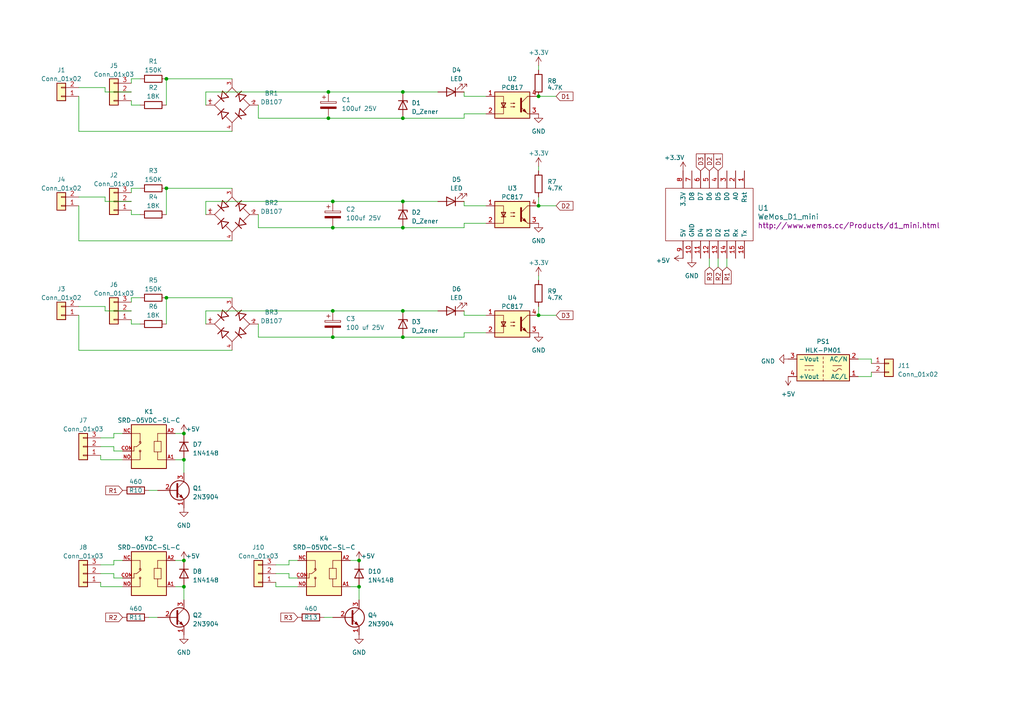
<source format=kicad_sch>
(kicad_sch (version 20230121) (generator eeschema)

  (uuid 6a9eb814-3a36-4040-84fc-596a14f25594)

  (paper "A4")

  (lib_symbols
    (symbol "Connector_Generic:Conn_01x02" (pin_names (offset 1.016) hide) (in_bom yes) (on_board yes)
      (property "Reference" "J" (at 0 2.54 0)
        (effects (font (size 1.27 1.27)))
      )
      (property "Value" "Conn_01x02" (at 0 -5.08 0)
        (effects (font (size 1.27 1.27)))
      )
      (property "Footprint" "" (at 0 0 0)
        (effects (font (size 1.27 1.27)) hide)
      )
      (property "Datasheet" "~" (at 0 0 0)
        (effects (font (size 1.27 1.27)) hide)
      )
      (property "ki_keywords" "connector" (at 0 0 0)
        (effects (font (size 1.27 1.27)) hide)
      )
      (property "ki_description" "Generic connector, single row, 01x02, script generated (kicad-library-utils/schlib/autogen/connector/)" (at 0 0 0)
        (effects (font (size 1.27 1.27)) hide)
      )
      (property "ki_fp_filters" "Connector*:*_1x??_*" (at 0 0 0)
        (effects (font (size 1.27 1.27)) hide)
      )
      (symbol "Conn_01x02_1_1"
        (rectangle (start -1.27 -2.413) (end 0 -2.667)
          (stroke (width 0.1524) (type default))
          (fill (type none))
        )
        (rectangle (start -1.27 0.127) (end 0 -0.127)
          (stroke (width 0.1524) (type default))
          (fill (type none))
        )
        (rectangle (start -1.27 1.27) (end 1.27 -3.81)
          (stroke (width 0.254) (type default))
          (fill (type background))
        )
        (pin passive line (at -5.08 0 0) (length 3.81)
          (name "Pin_1" (effects (font (size 1.27 1.27))))
          (number "1" (effects (font (size 1.27 1.27))))
        )
        (pin passive line (at -5.08 -2.54 0) (length 3.81)
          (name "Pin_2" (effects (font (size 1.27 1.27))))
          (number "2" (effects (font (size 1.27 1.27))))
        )
      )
    )
    (symbol "Connector_Generic:Conn_01x03" (pin_names (offset 1.016) hide) (in_bom yes) (on_board yes)
      (property "Reference" "J" (at 0 5.08 0)
        (effects (font (size 1.27 1.27)))
      )
      (property "Value" "Conn_01x03" (at 0 -5.08 0)
        (effects (font (size 1.27 1.27)))
      )
      (property "Footprint" "" (at 0 0 0)
        (effects (font (size 1.27 1.27)) hide)
      )
      (property "Datasheet" "~" (at 0 0 0)
        (effects (font (size 1.27 1.27)) hide)
      )
      (property "ki_keywords" "connector" (at 0 0 0)
        (effects (font (size 1.27 1.27)) hide)
      )
      (property "ki_description" "Generic connector, single row, 01x03, script generated (kicad-library-utils/schlib/autogen/connector/)" (at 0 0 0)
        (effects (font (size 1.27 1.27)) hide)
      )
      (property "ki_fp_filters" "Connector*:*_1x??_*" (at 0 0 0)
        (effects (font (size 1.27 1.27)) hide)
      )
      (symbol "Conn_01x03_1_1"
        (rectangle (start -1.27 -2.413) (end 0 -2.667)
          (stroke (width 0.1524) (type default))
          (fill (type none))
        )
        (rectangle (start -1.27 0.127) (end 0 -0.127)
          (stroke (width 0.1524) (type default))
          (fill (type none))
        )
        (rectangle (start -1.27 2.667) (end 0 2.413)
          (stroke (width 0.1524) (type default))
          (fill (type none))
        )
        (rectangle (start -1.27 3.81) (end 1.27 -3.81)
          (stroke (width 0.254) (type default))
          (fill (type background))
        )
        (pin passive line (at -5.08 2.54 0) (length 3.81)
          (name "Pin_1" (effects (font (size 1.27 1.27))))
          (number "1" (effects (font (size 1.27 1.27))))
        )
        (pin passive line (at -5.08 0 0) (length 3.81)
          (name "Pin_2" (effects (font (size 1.27 1.27))))
          (number "2" (effects (font (size 1.27 1.27))))
        )
        (pin passive line (at -5.08 -2.54 0) (length 3.81)
          (name "Pin_3" (effects (font (size 1.27 1.27))))
          (number "3" (effects (font (size 1.27 1.27))))
        )
      )
    )
    (symbol "Converter_ACDC:HLK-PM01" (in_bom yes) (on_board yes)
      (property "Reference" "PS" (at 0 5.08 0)
        (effects (font (size 1.27 1.27)))
      )
      (property "Value" "HLK-PM01" (at 0 -5.08 0)
        (effects (font (size 1.27 1.27)))
      )
      (property "Footprint" "Converter_ACDC:Converter_ACDC_HiLink_HLK-PMxx" (at 0 -7.62 0)
        (effects (font (size 1.27 1.27)) hide)
      )
      (property "Datasheet" "http://www.hlktech.net/product_detail.php?ProId=54" (at 10.16 -8.89 0)
        (effects (font (size 1.27 1.27)) hide)
      )
      (property "ki_keywords" "AC/DC module power supply" (at 0 0 0)
        (effects (font (size 1.27 1.27)) hide)
      )
      (property "ki_description" "Compact AC/DC board mount power module 3W 5V" (at 0 0 0)
        (effects (font (size 1.27 1.27)) hide)
      )
      (property "ki_fp_filters" "Converter*ACDC*HiLink*HLK?PM*" (at 0 0 0)
        (effects (font (size 1.27 1.27)) hide)
      )
      (symbol "HLK-PM01_0_1"
        (rectangle (start -7.62 3.81) (end 7.62 -3.81)
          (stroke (width 0.254) (type default))
          (fill (type background))
        )
        (arc (start -5.334 0.635) (mid -4.699 0.2495) (end -4.064 0.635)
          (stroke (width 0) (type default))
          (fill (type none))
        )
        (arc (start -2.794 0.635) (mid -3.429 1.0072) (end -4.064 0.635)
          (stroke (width 0) (type default))
          (fill (type none))
        )
        (polyline
          (pts
            (xy -5.334 -0.635)
            (xy -2.794 -0.635)
          )
          (stroke (width 0) (type default))
          (fill (type none))
        )
        (polyline
          (pts
            (xy 0 -2.54)
            (xy 0 -3.175)
          )
          (stroke (width 0) (type default))
          (fill (type none))
        )
        (polyline
          (pts
            (xy 0 -1.27)
            (xy 0 -1.905)
          )
          (stroke (width 0) (type default))
          (fill (type none))
        )
        (polyline
          (pts
            (xy 0 0)
            (xy 0 -0.635)
          )
          (stroke (width 0) (type default))
          (fill (type none))
        )
        (polyline
          (pts
            (xy 0 1.27)
            (xy 0 0.635)
          )
          (stroke (width 0) (type default))
          (fill (type none))
        )
        (polyline
          (pts
            (xy 0 2.54)
            (xy 0 1.905)
          )
          (stroke (width 0) (type default))
          (fill (type none))
        )
        (polyline
          (pts
            (xy 0 3.81)
            (xy 0 3.175)
          )
          (stroke (width 0) (type default))
          (fill (type none))
        )
        (polyline
          (pts
            (xy 2.794 -0.635)
            (xy 5.334 -0.635)
          )
          (stroke (width 0) (type default))
          (fill (type none))
        )
        (polyline
          (pts
            (xy 2.794 0.635)
            (xy 3.302 0.635)
          )
          (stroke (width 0) (type default))
          (fill (type none))
        )
        (polyline
          (pts
            (xy 3.81 0.635)
            (xy 4.318 0.635)
          )
          (stroke (width 0) (type default))
          (fill (type none))
        )
        (polyline
          (pts
            (xy 4.826 0.635)
            (xy 5.334 0.635)
          )
          (stroke (width 0) (type default))
          (fill (type none))
        )
      )
      (symbol "HLK-PM01_1_1"
        (pin power_in line (at -10.16 2.54 0) (length 2.54)
          (name "AC/L" (effects (font (size 1.27 1.27))))
          (number "1" (effects (font (size 1.27 1.27))))
        )
        (pin power_in line (at -10.16 -2.54 0) (length 2.54)
          (name "AC/N" (effects (font (size 1.27 1.27))))
          (number "2" (effects (font (size 1.27 1.27))))
        )
        (pin power_out line (at 10.16 -2.54 180) (length 2.54)
          (name "-Vout" (effects (font (size 1.27 1.27))))
          (number "3" (effects (font (size 1.27 1.27))))
        )
        (pin power_out line (at 10.16 2.54 180) (length 2.54)
          (name "+Vout" (effects (font (size 1.27 1.27))))
          (number "4" (effects (font (size 1.27 1.27))))
        )
      )
    )
    (symbol "D1_MINI:WeMos_D1_mini" (pin_names (offset 1.016)) (in_bom yes) (on_board yes)
      (property "Reference" "U" (at 0 12.7 0)
        (effects (font (size 1.524 1.524)))
      )
      (property "Value" "WeMos_D1_mini" (at 0 -12.7 0)
        (effects (font (size 1.524 1.524)))
      )
      (property "Footprint" "" (at 13.97 -17.78 0)
        (effects (font (size 1.524 1.524)))
      )
      (property "Datasheet" "http://www.wemos.cc/Products/d1_mini.html" (at 13.97 -17.78 0)
        (effects (font (size 1.524 1.524)))
      )
      (property "ki_keywords" "esp8266, wemos" (at 0 0 0)
        (effects (font (size 1.27 1.27)) hide)
      )
      (property "ki_description" "WeMos D1 mini" (at 0 0 0)
        (effects (font (size 1.27 1.27)) hide)
      )
      (symbol "WeMos_D1_mini_0_1"
        (rectangle (start -7.62 11.43) (end 7.62 -13.97)
          (stroke (width 0) (type solid))
          (fill (type none))
        )
      )
      (symbol "WeMos_D1_mini_1_1"
        (pin bidirectional line (at -12.7 8.89 0) (length 5.08)
          (name "Rst" (effects (font (size 1.27 1.27))))
          (number "1" (effects (font (size 1.27 1.27))))
        )
        (pin power_in line (at 12.7 -6.35 180) (length 5.08)
          (name "GND" (effects (font (size 1.27 1.27))))
          (number "10" (effects (font (size 1.27 1.27))))
        )
        (pin bidirectional line (at 12.7 -3.81 180) (length 5.08)
          (name "D4" (effects (font (size 1.27 1.27))))
          (number "11" (effects (font (size 1.27 1.27))))
        )
        (pin bidirectional line (at 12.7 -1.27 180) (length 5.08)
          (name "D3" (effects (font (size 1.27 1.27))))
          (number "12" (effects (font (size 1.27 1.27))))
        )
        (pin bidirectional line (at 12.7 1.27 180) (length 5.08)
          (name "D2" (effects (font (size 1.27 1.27))))
          (number "13" (effects (font (size 1.27 1.27))))
        )
        (pin bidirectional line (at 12.7 3.81 180) (length 5.08)
          (name "D1" (effects (font (size 1.27 1.27))))
          (number "14" (effects (font (size 1.27 1.27))))
        )
        (pin bidirectional line (at 12.7 6.35 180) (length 5.08)
          (name "Rx" (effects (font (size 1.27 1.27))))
          (number "15" (effects (font (size 1.27 1.27))))
        )
        (pin bidirectional line (at 12.7 8.89 180) (length 5.08)
          (name "Tx" (effects (font (size 1.27 1.27))))
          (number "16" (effects (font (size 1.27 1.27))))
        )
        (pin bidirectional line (at -12.7 6.35 0) (length 5.08)
          (name "A0" (effects (font (size 1.27 1.27))))
          (number "2" (effects (font (size 1.27 1.27))))
        )
        (pin bidirectional line (at -12.7 3.81 0) (length 5.08)
          (name "D0" (effects (font (size 1.27 1.27))))
          (number "3" (effects (font (size 1.27 1.27))))
        )
        (pin bidirectional line (at -12.7 1.27 0) (length 5.08)
          (name "D5" (effects (font (size 1.27 1.27))))
          (number "4" (effects (font (size 1.27 1.27))))
        )
        (pin bidirectional line (at -12.7 -1.27 0) (length 5.08)
          (name "D6" (effects (font (size 1.27 1.27))))
          (number "5" (effects (font (size 1.27 1.27))))
        )
        (pin bidirectional line (at -12.7 -3.81 0) (length 5.08)
          (name "D7" (effects (font (size 1.27 1.27))))
          (number "6" (effects (font (size 1.27 1.27))))
        )
        (pin bidirectional line (at -12.7 -6.35 0) (length 5.08)
          (name "D8" (effects (font (size 1.27 1.27))))
          (number "7" (effects (font (size 1.27 1.27))))
        )
        (pin power_out line (at -12.7 -8.89 0) (length 5.08)
          (name "3.3V" (effects (font (size 1.27 1.27))))
          (number "8" (effects (font (size 1.27 1.27))))
        )
        (pin power_in line (at 12.7 -8.89 180) (length 5.08)
          (name "5V" (effects (font (size 1.27 1.27))))
          (number "9" (effects (font (size 1.27 1.27))))
        )
      )
    )
    (symbol "DB107:DB107" (pin_names (offset 1.016)) (in_bom yes) (on_board yes)
      (property "Reference" "BR" (at 5.08 5.08 0)
        (effects (font (size 1.27 1.27)) (justify left bottom))
      )
      (property "Value" "DB107" (at 5.08 -7.62 0)
        (effects (font (size 1.27 1.27)) (justify left bottom))
      )
      (property "Footprint" "DB107:DIP825W50P509L880H320Q4" (at 0 0 0)
        (effects (font (size 1.27 1.27)) (justify bottom) hide)
      )
      (property "Datasheet" "" (at 0 0 0)
        (effects (font (size 1.27 1.27)) hide)
      )
      (property "MF" "Micro Commercial Components" (at 0 0 0)
        (effects (font (size 1.27 1.27)) (justify bottom) hide)
      )
      (property "MAXIMUM_PACKAGE_HEIGHT" "3.2 mm" (at 0 0 0)
        (effects (font (size 1.27 1.27)) (justify bottom) hide)
      )
      (property "Package" "EDIP-4 MCC" (at 0 0 0)
        (effects (font (size 1.27 1.27)) (justify bottom) hide)
      )
      (property "Price" "None" (at 0 0 0)
        (effects (font (size 1.27 1.27)) (justify bottom) hide)
      )
      (property "Check_prices" "https://www.snapeda.com/parts/DB107/Micro+Commercial+Components/view-part/?ref=eda" (at 0 0 0)
        (effects (font (size 1.27 1.27)) (justify bottom) hide)
      )
      (property "STANDARD" "IPC-7351B" (at 0 0 0)
        (effects (font (size 1.27 1.27)) (justify bottom) hide)
      )
      (property "PARTREV" "13" (at 0 0 0)
        (effects (font (size 1.27 1.27)) (justify bottom) hide)
      )
      (property "SnapEDA_Link" "https://www.snapeda.com/parts/DB107/Micro+Commercial+Components/view-part/?ref=snap" (at 0 0 0)
        (effects (font (size 1.27 1.27)) (justify bottom) hide)
      )
      (property "MP" "DB107" (at 0 0 0)
        (effects (font (size 1.27 1.27)) (justify bottom) hide)
      )
      (property "Description" "\nBridge Rectifier Single Phase Standard 1 kV Through Hole DB-1\n" (at 0 0 0)
        (effects (font (size 1.27 1.27)) (justify bottom) hide)
      )
      (property "Availability" "In Stock" (at 0 0 0)
        (effects (font (size 1.27 1.27)) (justify bottom) hide)
      )
      (property "MANUFACTURER" "EIC Semiconductor" (at 0 0 0)
        (effects (font (size 1.27 1.27)) (justify bottom) hide)
      )
      (symbol "DB107_0_0"
        (polyline
          (pts
            (xy -6.858 1.27)
            (xy -5.842 1.27)
          )
          (stroke (width 0.1524) (type default))
          (fill (type none))
        )
        (polyline
          (pts
            (xy -6.35 0.762)
            (xy -6.35 1.778)
          )
          (stroke (width 0.1524) (type default))
          (fill (type none))
        )
        (polyline
          (pts
            (xy -5.08 0)
            (xy -3.175 -1.905)
          )
          (stroke (width 0.1524) (type default))
          (fill (type none))
        )
        (polyline
          (pts
            (xy -3.175 -1.905)
            (xy -2.794 -4.064)
          )
          (stroke (width 0.254) (type default))
          (fill (type none))
        )
        (polyline
          (pts
            (xy -3.175 -1.905)
            (xy -1.016 -2.286)
          )
          (stroke (width 0.254) (type default))
          (fill (type none))
        )
        (polyline
          (pts
            (xy -3.175 1.905)
            (xy -5.08 0)
          )
          (stroke (width 0.1524) (type default))
          (fill (type none))
        )
        (polyline
          (pts
            (xy -3.175 1.905)
            (xy -2.794 4.064)
          )
          (stroke (width 0.254) (type default))
          (fill (type none))
        )
        (polyline
          (pts
            (xy -3.175 1.905)
            (xy -1.016 2.286)
          )
          (stroke (width 0.254) (type default))
          (fill (type none))
        )
        (polyline
          (pts
            (xy -2.3622 -1.0668)
            (xy -4.1402 -2.8448)
          )
          (stroke (width 0.254) (type default))
          (fill (type none))
        )
        (polyline
          (pts
            (xy -2.3622 1.016)
            (xy -4.1402 2.794)
          )
          (stroke (width 0.254) (type default))
          (fill (type none))
        )
        (polyline
          (pts
            (xy -1.016 -2.286)
            (xy -2.794 -4.064)
          )
          (stroke (width 0.254) (type default))
          (fill (type none))
        )
        (polyline
          (pts
            (xy -1.016 2.286)
            (xy -2.794 4.064)
          )
          (stroke (width 0.254) (type default))
          (fill (type none))
        )
        (polyline
          (pts
            (xy 0 -5.08)
            (xy -1.8034 -3.2766)
          )
          (stroke (width 0.1524) (type default))
          (fill (type none))
        )
        (polyline
          (pts
            (xy 0 -5.08)
            (xy 1.905 -3.175)
          )
          (stroke (width 0.1524) (type default))
          (fill (type none))
        )
        (polyline
          (pts
            (xy 0 5.08)
            (xy -1.8034 3.2766)
          )
          (stroke (width 0.1524) (type default))
          (fill (type none))
        )
        (polyline
          (pts
            (xy 1.905 -3.175)
            (xy 2.286 -1.016)
          )
          (stroke (width 0.254) (type default))
          (fill (type none))
        )
        (polyline
          (pts
            (xy 1.905 -3.175)
            (xy 4.064 -2.794)
          )
          (stroke (width 0.254) (type default))
          (fill (type none))
        )
        (polyline
          (pts
            (xy 1.905 3.175)
            (xy 0 5.08)
          )
          (stroke (width 0.1524) (type default))
          (fill (type none))
        )
        (polyline
          (pts
            (xy 1.905 3.175)
            (xy 2.286 1.016)
          )
          (stroke (width 0.254) (type default))
          (fill (type none))
        )
        (polyline
          (pts
            (xy 1.905 3.175)
            (xy 4.064 2.794)
          )
          (stroke (width 0.254) (type default))
          (fill (type none))
        )
        (polyline
          (pts
            (xy 2.7178 -4.0386)
            (xy 0.9398 -2.2606)
          )
          (stroke (width 0.254) (type default))
          (fill (type none))
        )
        (polyline
          (pts
            (xy 2.7178 4.0386)
            (xy 1.0668 2.3876)
          )
          (stroke (width 0.254) (type default))
          (fill (type none))
        )
        (polyline
          (pts
            (xy 3.2766 -1.8034)
            (xy 5.08 0)
          )
          (stroke (width 0.1524) (type default))
          (fill (type none))
        )
        (polyline
          (pts
            (xy 4.064 -2.794)
            (xy 2.286 -1.016)
          )
          (stroke (width 0.254) (type default))
          (fill (type none))
        )
        (polyline
          (pts
            (xy 4.064 2.794)
            (xy 2.286 1.016)
          )
          (stroke (width 0.254) (type default))
          (fill (type none))
        )
        (polyline
          (pts
            (xy 5.08 0)
            (xy 3.2766 1.8034)
          )
          (stroke (width 0.1524) (type default))
          (fill (type none))
        )
        (polyline
          (pts
            (xy 5.588 1.016)
            (xy 6.604 1.016)
          )
          (stroke (width 0.1524) (type default))
          (fill (type none))
        )
        (pin passive line (at -7.62 0 0) (length 2.54)
          (name "~" (effects (font (size 1.016 1.016))))
          (number "1" (effects (font (size 1.016 1.016))))
        )
        (pin passive line (at 7.62 0 180) (length 2.54)
          (name "~" (effects (font (size 1.016 1.016))))
          (number "2" (effects (font (size 1.016 1.016))))
        )
        (pin passive line (at 0 7.62 270) (length 2.54)
          (name "~" (effects (font (size 1.016 1.016))))
          (number "3" (effects (font (size 1.016 1.016))))
        )
        (pin passive line (at 0 -7.62 90) (length 2.54)
          (name "~" (effects (font (size 1.016 1.016))))
          (number "4" (effects (font (size 1.016 1.016))))
        )
      )
    )
    (symbol "Device:C_Polarized" (pin_numbers hide) (pin_names (offset 0.254)) (in_bom yes) (on_board yes)
      (property "Reference" "C" (at 0.635 2.54 0)
        (effects (font (size 1.27 1.27)) (justify left))
      )
      (property "Value" "C_Polarized" (at 0.635 -2.54 0)
        (effects (font (size 1.27 1.27)) (justify left))
      )
      (property "Footprint" "" (at 0.9652 -3.81 0)
        (effects (font (size 1.27 1.27)) hide)
      )
      (property "Datasheet" "~" (at 0 0 0)
        (effects (font (size 1.27 1.27)) hide)
      )
      (property "ki_keywords" "cap capacitor" (at 0 0 0)
        (effects (font (size 1.27 1.27)) hide)
      )
      (property "ki_description" "Polarized capacitor" (at 0 0 0)
        (effects (font (size 1.27 1.27)) hide)
      )
      (property "ki_fp_filters" "CP_*" (at 0 0 0)
        (effects (font (size 1.27 1.27)) hide)
      )
      (symbol "C_Polarized_0_1"
        (rectangle (start -2.286 0.508) (end 2.286 1.016)
          (stroke (width 0) (type default))
          (fill (type none))
        )
        (polyline
          (pts
            (xy -1.778 2.286)
            (xy -0.762 2.286)
          )
          (stroke (width 0) (type default))
          (fill (type none))
        )
        (polyline
          (pts
            (xy -1.27 2.794)
            (xy -1.27 1.778)
          )
          (stroke (width 0) (type default))
          (fill (type none))
        )
        (rectangle (start 2.286 -0.508) (end -2.286 -1.016)
          (stroke (width 0) (type default))
          (fill (type outline))
        )
      )
      (symbol "C_Polarized_1_1"
        (pin passive line (at 0 3.81 270) (length 2.794)
          (name "~" (effects (font (size 1.27 1.27))))
          (number "1" (effects (font (size 1.27 1.27))))
        )
        (pin passive line (at 0 -3.81 90) (length 2.794)
          (name "~" (effects (font (size 1.27 1.27))))
          (number "2" (effects (font (size 1.27 1.27))))
        )
      )
    )
    (symbol "Device:D_Zener" (pin_numbers hide) (pin_names (offset 1.016) hide) (in_bom yes) (on_board yes)
      (property "Reference" "D" (at 0 2.54 0)
        (effects (font (size 1.27 1.27)))
      )
      (property "Value" "D_Zener" (at 0 -2.54 0)
        (effects (font (size 1.27 1.27)))
      )
      (property "Footprint" "" (at 0 0 0)
        (effects (font (size 1.27 1.27)) hide)
      )
      (property "Datasheet" "~" (at 0 0 0)
        (effects (font (size 1.27 1.27)) hide)
      )
      (property "ki_keywords" "diode" (at 0 0 0)
        (effects (font (size 1.27 1.27)) hide)
      )
      (property "ki_description" "Zener diode" (at 0 0 0)
        (effects (font (size 1.27 1.27)) hide)
      )
      (property "ki_fp_filters" "TO-???* *_Diode_* *SingleDiode* D_*" (at 0 0 0)
        (effects (font (size 1.27 1.27)) hide)
      )
      (symbol "D_Zener_0_1"
        (polyline
          (pts
            (xy 1.27 0)
            (xy -1.27 0)
          )
          (stroke (width 0) (type default))
          (fill (type none))
        )
        (polyline
          (pts
            (xy -1.27 -1.27)
            (xy -1.27 1.27)
            (xy -0.762 1.27)
          )
          (stroke (width 0.254) (type default))
          (fill (type none))
        )
        (polyline
          (pts
            (xy 1.27 -1.27)
            (xy 1.27 1.27)
            (xy -1.27 0)
            (xy 1.27 -1.27)
          )
          (stroke (width 0.254) (type default))
          (fill (type none))
        )
      )
      (symbol "D_Zener_1_1"
        (pin passive line (at -3.81 0 0) (length 2.54)
          (name "K" (effects (font (size 1.27 1.27))))
          (number "1" (effects (font (size 1.27 1.27))))
        )
        (pin passive line (at 3.81 0 180) (length 2.54)
          (name "A" (effects (font (size 1.27 1.27))))
          (number "2" (effects (font (size 1.27 1.27))))
        )
      )
    )
    (symbol "Device:LED" (pin_numbers hide) (pin_names (offset 1.016) hide) (in_bom yes) (on_board yes)
      (property "Reference" "D" (at 0 2.54 0)
        (effects (font (size 1.27 1.27)))
      )
      (property "Value" "LED" (at 0 -2.54 0)
        (effects (font (size 1.27 1.27)))
      )
      (property "Footprint" "" (at 0 0 0)
        (effects (font (size 1.27 1.27)) hide)
      )
      (property "Datasheet" "~" (at 0 0 0)
        (effects (font (size 1.27 1.27)) hide)
      )
      (property "ki_keywords" "LED diode" (at 0 0 0)
        (effects (font (size 1.27 1.27)) hide)
      )
      (property "ki_description" "Light emitting diode" (at 0 0 0)
        (effects (font (size 1.27 1.27)) hide)
      )
      (property "ki_fp_filters" "LED* LED_SMD:* LED_THT:*" (at 0 0 0)
        (effects (font (size 1.27 1.27)) hide)
      )
      (symbol "LED_0_1"
        (polyline
          (pts
            (xy -1.27 -1.27)
            (xy -1.27 1.27)
          )
          (stroke (width 0.254) (type default))
          (fill (type none))
        )
        (polyline
          (pts
            (xy -1.27 0)
            (xy 1.27 0)
          )
          (stroke (width 0) (type default))
          (fill (type none))
        )
        (polyline
          (pts
            (xy 1.27 -1.27)
            (xy 1.27 1.27)
            (xy -1.27 0)
            (xy 1.27 -1.27)
          )
          (stroke (width 0.254) (type default))
          (fill (type none))
        )
        (polyline
          (pts
            (xy -3.048 -0.762)
            (xy -4.572 -2.286)
            (xy -3.81 -2.286)
            (xy -4.572 -2.286)
            (xy -4.572 -1.524)
          )
          (stroke (width 0) (type default))
          (fill (type none))
        )
        (polyline
          (pts
            (xy -1.778 -0.762)
            (xy -3.302 -2.286)
            (xy -2.54 -2.286)
            (xy -3.302 -2.286)
            (xy -3.302 -1.524)
          )
          (stroke (width 0) (type default))
          (fill (type none))
        )
      )
      (symbol "LED_1_1"
        (pin passive line (at -3.81 0 0) (length 2.54)
          (name "K" (effects (font (size 1.27 1.27))))
          (number "1" (effects (font (size 1.27 1.27))))
        )
        (pin passive line (at 3.81 0 180) (length 2.54)
          (name "A" (effects (font (size 1.27 1.27))))
          (number "2" (effects (font (size 1.27 1.27))))
        )
      )
    )
    (symbol "Device:R" (pin_numbers hide) (pin_names (offset 0)) (in_bom yes) (on_board yes)
      (property "Reference" "R" (at 2.032 0 90)
        (effects (font (size 1.27 1.27)))
      )
      (property "Value" "R" (at 0 0 90)
        (effects (font (size 1.27 1.27)))
      )
      (property "Footprint" "" (at -1.778 0 90)
        (effects (font (size 1.27 1.27)) hide)
      )
      (property "Datasheet" "~" (at 0 0 0)
        (effects (font (size 1.27 1.27)) hide)
      )
      (property "ki_keywords" "R res resistor" (at 0 0 0)
        (effects (font (size 1.27 1.27)) hide)
      )
      (property "ki_description" "Resistor" (at 0 0 0)
        (effects (font (size 1.27 1.27)) hide)
      )
      (property "ki_fp_filters" "R_*" (at 0 0 0)
        (effects (font (size 1.27 1.27)) hide)
      )
      (symbol "R_0_1"
        (rectangle (start -1.016 -2.54) (end 1.016 2.54)
          (stroke (width 0.254) (type default))
          (fill (type none))
        )
      )
      (symbol "R_1_1"
        (pin passive line (at 0 3.81 270) (length 1.27)
          (name "~" (effects (font (size 1.27 1.27))))
          (number "1" (effects (font (size 1.27 1.27))))
        )
        (pin passive line (at 0 -3.81 90) (length 1.27)
          (name "~" (effects (font (size 1.27 1.27))))
          (number "2" (effects (font (size 1.27 1.27))))
        )
      )
    )
    (symbol "Diode:1N4148" (pin_numbers hide) (pin_names hide) (in_bom yes) (on_board yes)
      (property "Reference" "D" (at 0 2.54 0)
        (effects (font (size 1.27 1.27)))
      )
      (property "Value" "1N4148" (at 0 -2.54 0)
        (effects (font (size 1.27 1.27)))
      )
      (property "Footprint" "Diode_THT:D_DO-35_SOD27_P7.62mm_Horizontal" (at 0 0 0)
        (effects (font (size 1.27 1.27)) hide)
      )
      (property "Datasheet" "https://assets.nexperia.com/documents/data-sheet/1N4148_1N4448.pdf" (at 0 0 0)
        (effects (font (size 1.27 1.27)) hide)
      )
      (property "Sim.Device" "D" (at 0 0 0)
        (effects (font (size 1.27 1.27)) hide)
      )
      (property "Sim.Pins" "1=K 2=A" (at 0 0 0)
        (effects (font (size 1.27 1.27)) hide)
      )
      (property "ki_keywords" "diode" (at 0 0 0)
        (effects (font (size 1.27 1.27)) hide)
      )
      (property "ki_description" "100V 0.15A standard switching diode, DO-35" (at 0 0 0)
        (effects (font (size 1.27 1.27)) hide)
      )
      (property "ki_fp_filters" "D*DO?35*" (at 0 0 0)
        (effects (font (size 1.27 1.27)) hide)
      )
      (symbol "1N4148_0_1"
        (polyline
          (pts
            (xy -1.27 1.27)
            (xy -1.27 -1.27)
          )
          (stroke (width 0.254) (type default))
          (fill (type none))
        )
        (polyline
          (pts
            (xy 1.27 0)
            (xy -1.27 0)
          )
          (stroke (width 0) (type default))
          (fill (type none))
        )
        (polyline
          (pts
            (xy 1.27 1.27)
            (xy 1.27 -1.27)
            (xy -1.27 0)
            (xy 1.27 1.27)
          )
          (stroke (width 0.254) (type default))
          (fill (type none))
        )
      )
      (symbol "1N4148_1_1"
        (pin passive line (at -3.81 0 0) (length 2.54)
          (name "K" (effects (font (size 1.27 1.27))))
          (number "1" (effects (font (size 1.27 1.27))))
        )
        (pin passive line (at 3.81 0 180) (length 2.54)
          (name "A" (effects (font (size 1.27 1.27))))
          (number "2" (effects (font (size 1.27 1.27))))
        )
      )
    )
    (symbol "Isolator:PC817" (pin_names (offset 1.016)) (in_bom yes) (on_board yes)
      (property "Reference" "U" (at -5.08 5.08 0)
        (effects (font (size 1.27 1.27)) (justify left))
      )
      (property "Value" "PC817" (at 0 5.08 0)
        (effects (font (size 1.27 1.27)) (justify left))
      )
      (property "Footprint" "Package_DIP:DIP-4_W7.62mm" (at -5.08 -5.08 0)
        (effects (font (size 1.27 1.27) italic) (justify left) hide)
      )
      (property "Datasheet" "http://www.soselectronic.cz/a_info/resource/d/pc817.pdf" (at 0 0 0)
        (effects (font (size 1.27 1.27)) (justify left) hide)
      )
      (property "ki_keywords" "NPN DC Optocoupler" (at 0 0 0)
        (effects (font (size 1.27 1.27)) hide)
      )
      (property "ki_description" "DC Optocoupler, Vce 35V, CTR 50-300%, DIP-4" (at 0 0 0)
        (effects (font (size 1.27 1.27)) hide)
      )
      (property "ki_fp_filters" "DIP*W7.62mm*" (at 0 0 0)
        (effects (font (size 1.27 1.27)) hide)
      )
      (symbol "PC817_0_1"
        (rectangle (start -5.08 3.81) (end 5.08 -3.81)
          (stroke (width 0.254) (type default))
          (fill (type background))
        )
        (polyline
          (pts
            (xy -3.175 -0.635)
            (xy -1.905 -0.635)
          )
          (stroke (width 0.254) (type default))
          (fill (type none))
        )
        (polyline
          (pts
            (xy 2.54 0.635)
            (xy 4.445 2.54)
          )
          (stroke (width 0) (type default))
          (fill (type none))
        )
        (polyline
          (pts
            (xy 4.445 -2.54)
            (xy 2.54 -0.635)
          )
          (stroke (width 0) (type default))
          (fill (type outline))
        )
        (polyline
          (pts
            (xy 4.445 -2.54)
            (xy 5.08 -2.54)
          )
          (stroke (width 0) (type default))
          (fill (type none))
        )
        (polyline
          (pts
            (xy 4.445 2.54)
            (xy 5.08 2.54)
          )
          (stroke (width 0) (type default))
          (fill (type none))
        )
        (polyline
          (pts
            (xy -5.08 2.54)
            (xy -2.54 2.54)
            (xy -2.54 -0.635)
          )
          (stroke (width 0) (type default))
          (fill (type none))
        )
        (polyline
          (pts
            (xy -2.54 -0.635)
            (xy -2.54 -2.54)
            (xy -5.08 -2.54)
          )
          (stroke (width 0) (type default))
          (fill (type none))
        )
        (polyline
          (pts
            (xy 2.54 1.905)
            (xy 2.54 -1.905)
            (xy 2.54 -1.905)
          )
          (stroke (width 0.508) (type default))
          (fill (type none))
        )
        (polyline
          (pts
            (xy -2.54 -0.635)
            (xy -3.175 0.635)
            (xy -1.905 0.635)
            (xy -2.54 -0.635)
          )
          (stroke (width 0.254) (type default))
          (fill (type none))
        )
        (polyline
          (pts
            (xy -0.508 -0.508)
            (xy 0.762 -0.508)
            (xy 0.381 -0.635)
            (xy 0.381 -0.381)
            (xy 0.762 -0.508)
          )
          (stroke (width 0) (type default))
          (fill (type none))
        )
        (polyline
          (pts
            (xy -0.508 0.508)
            (xy 0.762 0.508)
            (xy 0.381 0.381)
            (xy 0.381 0.635)
            (xy 0.762 0.508)
          )
          (stroke (width 0) (type default))
          (fill (type none))
        )
        (polyline
          (pts
            (xy 3.048 -1.651)
            (xy 3.556 -1.143)
            (xy 4.064 -2.159)
            (xy 3.048 -1.651)
            (xy 3.048 -1.651)
          )
          (stroke (width 0) (type default))
          (fill (type outline))
        )
      )
      (symbol "PC817_1_1"
        (pin passive line (at -7.62 2.54 0) (length 2.54)
          (name "~" (effects (font (size 1.27 1.27))))
          (number "1" (effects (font (size 1.27 1.27))))
        )
        (pin passive line (at -7.62 -2.54 0) (length 2.54)
          (name "~" (effects (font (size 1.27 1.27))))
          (number "2" (effects (font (size 1.27 1.27))))
        )
        (pin passive line (at 7.62 -2.54 180) (length 2.54)
          (name "~" (effects (font (size 1.27 1.27))))
          (number "3" (effects (font (size 1.27 1.27))))
        )
        (pin passive line (at 7.62 2.54 180) (length 2.54)
          (name "~" (effects (font (size 1.27 1.27))))
          (number "4" (effects (font (size 1.27 1.27))))
        )
      )
    )
    (symbol "SRD-05VDC-SL-C:SRD-05VDC-SL-C" (pin_names (offset 1.016)) (in_bom yes) (on_board yes)
      (property "Reference" "K" (at -5.0809 5.843 0)
        (effects (font (size 1.27 1.27)) (justify left bottom))
      )
      (property "Value" "SRD-05VDC-SL-C" (at -5.0832 -10.1664 0)
        (effects (font (size 1.27 1.27)) (justify left bottom))
      )
      (property "Footprint" "SRD-05VDC-SL-C:RELAY_SRD-05VDC-SL-C" (at 0 0 0)
        (effects (font (size 1.27 1.27)) (justify bottom) hide)
      )
      (property "Datasheet" "" (at 0 0 0)
        (effects (font (size 1.27 1.27)) hide)
      )
      (property "MF" "Songle Relay" (at 0 0 0)
        (effects (font (size 1.27 1.27)) (justify bottom) hide)
      )
      (property "Description" "\n5V Trigger Relay Module For Arduino And Raspberry Pi 5V Trigger Relay Module For Arduino And Raspberry Pi\n" (at 0 0 0)
        (effects (font (size 1.27 1.27)) (justify bottom) hide)
      )
      (property "Package" "NON STANDARD-5 Songle Relay" (at 0 0 0)
        (effects (font (size 1.27 1.27)) (justify bottom) hide)
      )
      (property "Price" "None" (at 0 0 0)
        (effects (font (size 1.27 1.27)) (justify bottom) hide)
      )
      (property "Check_prices" "https://www.snapeda.com/parts/SRD-05VDC-SL-C/Songle+Relay/view-part/?ref=eda" (at 0 0 0)
        (effects (font (size 1.27 1.27)) (justify bottom) hide)
      )
      (property "STANDARD" "IPC-7251" (at 0 0 0)
        (effects (font (size 1.27 1.27)) (justify bottom) hide)
      )
      (property "SnapEDA_Link" "https://www.snapeda.com/parts/SRD-05VDC-SL-C/Songle+Relay/view-part/?ref=snap" (at 0 0 0)
        (effects (font (size 1.27 1.27)) (justify bottom) hide)
      )
      (property "MP" "SRD-05VDC-SL-C" (at 0 0 0)
        (effects (font (size 1.27 1.27)) (justify bottom) hide)
      )
      (property "Availability" "Not in stock" (at 0 0 0)
        (effects (font (size 1.27 1.27)) (justify bottom) hide)
      )
      (property "MANUFACTURER" "SONGLE RELAY" (at 0 0 0)
        (effects (font (size 1.27 1.27)) (justify bottom) hide)
      )
      (symbol "SRD-05VDC-SL-C_0_0"
        (rectangle (start -5.08 -7.62) (end 5.08 5.08)
          (stroke (width 0.254) (type default))
          (fill (type background))
        )
        (polyline
          (pts
            (xy -5.08 2.54)
            (xy -2.54 2.54)
          )
          (stroke (width 0.1524) (type default))
          (fill (type none))
        )
        (polyline
          (pts
            (xy -3.556 -2.794)
            (xy -2.54 -2.794)
          )
          (stroke (width 0.1524) (type default))
          (fill (type none))
        )
        (polyline
          (pts
            (xy -3.556 0.254)
            (xy -3.556 -2.794)
          )
          (stroke (width 0.1524) (type default))
          (fill (type none))
        )
        (polyline
          (pts
            (xy -2.54 -5.08)
            (xy -5.08 -5.08)
          )
          (stroke (width 0.1524) (type default))
          (fill (type none))
        )
        (polyline
          (pts
            (xy -2.54 -2.794)
            (xy -2.54 -5.08)
          )
          (stroke (width 0.1524) (type default))
          (fill (type none))
        )
        (polyline
          (pts
            (xy -2.54 -2.794)
            (xy -1.524 -2.794)
          )
          (stroke (width 0.1524) (type default))
          (fill (type none))
        )
        (polyline
          (pts
            (xy -2.54 0.254)
            (xy -3.556 0.254)
          )
          (stroke (width 0.1524) (type default))
          (fill (type none))
        )
        (polyline
          (pts
            (xy -2.54 2.54)
            (xy -2.54 0.254)
          )
          (stroke (width 0.1524) (type default))
          (fill (type none))
        )
        (polyline
          (pts
            (xy -1.524 -2.794)
            (xy -1.524 0.254)
          )
          (stroke (width 0.1524) (type default))
          (fill (type none))
        )
        (polyline
          (pts
            (xy -1.524 0.254)
            (xy -2.54 0.254)
          )
          (stroke (width 0.1524) (type default))
          (fill (type none))
        )
        (polyline
          (pts
            (xy 2.54 -5.08)
            (xy 5.08 -5.08)
          )
          (stroke (width 0.1524) (type default))
          (fill (type none))
        )
        (polyline
          (pts
            (xy 2.54 -2.54)
            (xy 2.54 -5.08)
          )
          (stroke (width 0.1524) (type default))
          (fill (type none))
        )
        (polyline
          (pts
            (xy 2.54 2.54)
            (xy 2.54 0)
          )
          (stroke (width 0.1524) (type default))
          (fill (type none))
        )
        (polyline
          (pts
            (xy 3.556 -1.27)
            (xy 2.286 -2.286)
          )
          (stroke (width 0.1524) (type default))
          (fill (type none))
        )
        (polyline
          (pts
            (xy 3.556 -1.27)
            (xy 4.318 -1.27)
          )
          (stroke (width 0.1524) (type default))
          (fill (type none))
        )
        (polyline
          (pts
            (xy 4.318 -1.27)
            (xy 4.318 0)
          )
          (stroke (width 0.1524) (type default))
          (fill (type none))
        )
        (polyline
          (pts
            (xy 4.318 0)
            (xy 5.08 0)
          )
          (stroke (width 0.1524) (type default))
          (fill (type none))
        )
        (polyline
          (pts
            (xy 5.08 2.54)
            (xy 2.54 2.54)
          )
          (stroke (width 0.1524) (type default))
          (fill (type none))
        )
        (circle (center 2.54 -2.54) (radius 0.254)
          (stroke (width 0.1524) (type default))
          (fill (type none))
        )
        (circle (center 2.54 0) (radius 0.254)
          (stroke (width 0.1524) (type default))
          (fill (type none))
        )
        (pin passive line (at -7.62 2.54 0) (length 2.54)
          (name "~" (effects (font (size 1.016 1.016))))
          (number "A1" (effects (font (size 1.016 1.016))))
        )
        (pin passive line (at -7.62 -5.08 0) (length 2.54)
          (name "~" (effects (font (size 1.016 1.016))))
          (number "A2" (effects (font (size 1.016 1.016))))
        )
        (pin passive line (at 7.62 0 180) (length 2.54)
          (name "~" (effects (font (size 1.016 1.016))))
          (number "COM" (effects (font (size 1.016 1.016))))
        )
        (pin passive line (at 7.62 -5.08 180) (length 2.54)
          (name "~" (effects (font (size 1.016 1.016))))
          (number "NC" (effects (font (size 1.016 1.016))))
        )
        (pin passive line (at 7.62 2.54 180) (length 2.54)
          (name "~" (effects (font (size 1.016 1.016))))
          (number "NO" (effects (font (size 1.016 1.016))))
        )
      )
    )
    (symbol "Transistor_BJT:2N3904" (pin_names (offset 0) hide) (in_bom yes) (on_board yes)
      (property "Reference" "Q" (at 5.08 1.905 0)
        (effects (font (size 1.27 1.27)) (justify left))
      )
      (property "Value" "2N3904" (at 5.08 0 0)
        (effects (font (size 1.27 1.27)) (justify left))
      )
      (property "Footprint" "Package_TO_SOT_THT:TO-92_Inline" (at 5.08 -1.905 0)
        (effects (font (size 1.27 1.27) italic) (justify left) hide)
      )
      (property "Datasheet" "https://www.onsemi.com/pub/Collateral/2N3903-D.PDF" (at 0 0 0)
        (effects (font (size 1.27 1.27)) (justify left) hide)
      )
      (property "ki_keywords" "NPN Transistor" (at 0 0 0)
        (effects (font (size 1.27 1.27)) hide)
      )
      (property "ki_description" "0.2A Ic, 40V Vce, Small Signal NPN Transistor, TO-92" (at 0 0 0)
        (effects (font (size 1.27 1.27)) hide)
      )
      (property "ki_fp_filters" "TO?92*" (at 0 0 0)
        (effects (font (size 1.27 1.27)) hide)
      )
      (symbol "2N3904_0_1"
        (polyline
          (pts
            (xy 0.635 0.635)
            (xy 2.54 2.54)
          )
          (stroke (width 0) (type default))
          (fill (type none))
        )
        (polyline
          (pts
            (xy 0.635 -0.635)
            (xy 2.54 -2.54)
            (xy 2.54 -2.54)
          )
          (stroke (width 0) (type default))
          (fill (type none))
        )
        (polyline
          (pts
            (xy 0.635 1.905)
            (xy 0.635 -1.905)
            (xy 0.635 -1.905)
          )
          (stroke (width 0.508) (type default))
          (fill (type none))
        )
        (polyline
          (pts
            (xy 1.27 -1.778)
            (xy 1.778 -1.27)
            (xy 2.286 -2.286)
            (xy 1.27 -1.778)
            (xy 1.27 -1.778)
          )
          (stroke (width 0) (type default))
          (fill (type outline))
        )
        (circle (center 1.27 0) (radius 2.8194)
          (stroke (width 0.254) (type default))
          (fill (type none))
        )
      )
      (symbol "2N3904_1_1"
        (pin passive line (at 2.54 -5.08 90) (length 2.54)
          (name "E" (effects (font (size 1.27 1.27))))
          (number "1" (effects (font (size 1.27 1.27))))
        )
        (pin passive line (at -5.08 0 0) (length 5.715)
          (name "B" (effects (font (size 1.27 1.27))))
          (number "2" (effects (font (size 1.27 1.27))))
        )
        (pin passive line (at 2.54 5.08 270) (length 2.54)
          (name "C" (effects (font (size 1.27 1.27))))
          (number "3" (effects (font (size 1.27 1.27))))
        )
      )
    )
    (symbol "power:+3.3V" (power) (pin_names (offset 0)) (in_bom yes) (on_board yes)
      (property "Reference" "#PWR" (at 0 -3.81 0)
        (effects (font (size 1.27 1.27)) hide)
      )
      (property "Value" "+3.3V" (at 0 3.556 0)
        (effects (font (size 1.27 1.27)))
      )
      (property "Footprint" "" (at 0 0 0)
        (effects (font (size 1.27 1.27)) hide)
      )
      (property "Datasheet" "" (at 0 0 0)
        (effects (font (size 1.27 1.27)) hide)
      )
      (property "ki_keywords" "global power" (at 0 0 0)
        (effects (font (size 1.27 1.27)) hide)
      )
      (property "ki_description" "Power symbol creates a global label with name \"+3.3V\"" (at 0 0 0)
        (effects (font (size 1.27 1.27)) hide)
      )
      (symbol "+3.3V_0_1"
        (polyline
          (pts
            (xy -0.762 1.27)
            (xy 0 2.54)
          )
          (stroke (width 0) (type default))
          (fill (type none))
        )
        (polyline
          (pts
            (xy 0 0)
            (xy 0 2.54)
          )
          (stroke (width 0) (type default))
          (fill (type none))
        )
        (polyline
          (pts
            (xy 0 2.54)
            (xy 0.762 1.27)
          )
          (stroke (width 0) (type default))
          (fill (type none))
        )
      )
      (symbol "+3.3V_1_1"
        (pin power_in line (at 0 0 90) (length 0) hide
          (name "+3.3V" (effects (font (size 1.27 1.27))))
          (number "1" (effects (font (size 1.27 1.27))))
        )
      )
    )
    (symbol "power:+5V" (power) (pin_names (offset 0)) (in_bom yes) (on_board yes)
      (property "Reference" "#PWR" (at 0 -3.81 0)
        (effects (font (size 1.27 1.27)) hide)
      )
      (property "Value" "+5V" (at 0 3.556 0)
        (effects (font (size 1.27 1.27)))
      )
      (property "Footprint" "" (at 0 0 0)
        (effects (font (size 1.27 1.27)) hide)
      )
      (property "Datasheet" "" (at 0 0 0)
        (effects (font (size 1.27 1.27)) hide)
      )
      (property "ki_keywords" "global power" (at 0 0 0)
        (effects (font (size 1.27 1.27)) hide)
      )
      (property "ki_description" "Power symbol creates a global label with name \"+5V\"" (at 0 0 0)
        (effects (font (size 1.27 1.27)) hide)
      )
      (symbol "+5V_0_1"
        (polyline
          (pts
            (xy -0.762 1.27)
            (xy 0 2.54)
          )
          (stroke (width 0) (type default))
          (fill (type none))
        )
        (polyline
          (pts
            (xy 0 0)
            (xy 0 2.54)
          )
          (stroke (width 0) (type default))
          (fill (type none))
        )
        (polyline
          (pts
            (xy 0 2.54)
            (xy 0.762 1.27)
          )
          (stroke (width 0) (type default))
          (fill (type none))
        )
      )
      (symbol "+5V_1_1"
        (pin power_in line (at 0 0 90) (length 0) hide
          (name "+5V" (effects (font (size 1.27 1.27))))
          (number "1" (effects (font (size 1.27 1.27))))
        )
      )
    )
    (symbol "power:GND" (power) (pin_names (offset 0)) (in_bom yes) (on_board yes)
      (property "Reference" "#PWR" (at 0 -6.35 0)
        (effects (font (size 1.27 1.27)) hide)
      )
      (property "Value" "GND" (at 0 -3.81 0)
        (effects (font (size 1.27 1.27)))
      )
      (property "Footprint" "" (at 0 0 0)
        (effects (font (size 1.27 1.27)) hide)
      )
      (property "Datasheet" "" (at 0 0 0)
        (effects (font (size 1.27 1.27)) hide)
      )
      (property "ki_keywords" "global power" (at 0 0 0)
        (effects (font (size 1.27 1.27)) hide)
      )
      (property "ki_description" "Power symbol creates a global label with name \"GND\" , ground" (at 0 0 0)
        (effects (font (size 1.27 1.27)) hide)
      )
      (symbol "GND_0_1"
        (polyline
          (pts
            (xy 0 0)
            (xy 0 -1.27)
            (xy 1.27 -1.27)
            (xy 0 -2.54)
            (xy -1.27 -1.27)
            (xy 0 -1.27)
          )
          (stroke (width 0) (type default))
          (fill (type none))
        )
      )
      (symbol "GND_1_1"
        (pin power_in line (at 0 0 270) (length 0) hide
          (name "GND" (effects (font (size 1.27 1.27))))
          (number "1" (effects (font (size 1.27 1.27))))
        )
      )
    )
  )

  (junction (at 116.84 58.42) (diameter 0) (color 0 0 0 0)
    (uuid 16824e4b-5d57-4591-acac-3e0426c8cc9d)
  )
  (junction (at 96.52 97.79) (diameter 0) (color 0 0 0 0)
    (uuid 397fb7c7-cc10-48f3-8fbc-a72a0d36196b)
  )
  (junction (at 156.21 27.94) (diameter 0) (color 0 0 0 0)
    (uuid 3e1722aa-a111-402a-8ff0-a7a590736f1f)
  )
  (junction (at 116.84 97.79) (diameter 0) (color 0 0 0 0)
    (uuid 46ca97a9-7bee-486e-ae11-1b6a2c2dcf53)
  )
  (junction (at 95.25 34.29) (diameter 0) (color 0 0 0 0)
    (uuid 5b1efa33-8476-4037-a55c-daa40eddf0da)
  )
  (junction (at 48.26 86.36) (diameter 0) (color 0 0 0 0)
    (uuid 5f950184-7386-4b94-aa52-313e793b9216)
  )
  (junction (at 96.52 58.42) (diameter 0) (color 0 0 0 0)
    (uuid 60f50183-84f5-4200-936c-8f7ec7c6a028)
  )
  (junction (at 156.21 91.44) (diameter 0) (color 0 0 0 0)
    (uuid 644ed470-2a39-4e2b-bc60-2c9ce40567db)
  )
  (junction (at 53.34 125.73) (diameter 0) (color 0 0 0 0)
    (uuid 6559f286-df0b-48a1-bf93-37cace4e9db9)
  )
  (junction (at 53.34 133.35) (diameter 0) (color 0 0 0 0)
    (uuid 6f2f3449-3884-4402-9996-bc6dd1e73e25)
  )
  (junction (at 116.84 26.67) (diameter 0) (color 0 0 0 0)
    (uuid 7b71d9fd-d108-4ef9-856e-4d0eaa6d21b2)
  )
  (junction (at 96.52 66.04) (diameter 0) (color 0 0 0 0)
    (uuid 7e6c1351-ec87-42c3-b7dd-466917355dc4)
  )
  (junction (at 116.84 34.29) (diameter 0) (color 0 0 0 0)
    (uuid 7ffb1580-9576-488a-91a5-8f281e6bae8e)
  )
  (junction (at 48.26 22.86) (diameter 0) (color 0 0 0 0)
    (uuid 83488696-255d-4b80-9f2a-4b337591eb26)
  )
  (junction (at 104.14 162.56) (diameter 0) (color 0 0 0 0)
    (uuid 888fcad8-0d30-41fe-b537-e86f2f2f42dd)
  )
  (junction (at 95.25 26.67) (diameter 0) (color 0 0 0 0)
    (uuid 8a66fa92-18fe-46ce-8b01-3f159ac9ce37)
  )
  (junction (at 53.34 162.56) (diameter 0) (color 0 0 0 0)
    (uuid 932ca0cb-60b0-4495-8c34-c0ef36e45988)
  )
  (junction (at 48.26 54.61) (diameter 0) (color 0 0 0 0)
    (uuid 97f00ed0-9b9c-447a-a432-0434c6281173)
  )
  (junction (at 116.84 90.17) (diameter 0) (color 0 0 0 0)
    (uuid a1df02d2-3136-46e0-98cd-4f96e6edf58a)
  )
  (junction (at 96.52 90.17) (diameter 0) (color 0 0 0 0)
    (uuid b4ed74d6-6e73-4eaf-bc8d-95b4261ddecf)
  )
  (junction (at 116.84 66.04) (diameter 0) (color 0 0 0 0)
    (uuid b6fb9c36-88b5-46f4-88f6-df3ee7307e73)
  )
  (junction (at 156.21 59.69) (diameter 0) (color 0 0 0 0)
    (uuid bcd5be62-4baf-4b14-80b5-77b8a2a0e8fd)
  )
  (junction (at 53.34 170.18) (diameter 0) (color 0 0 0 0)
    (uuid cdf3d62f-f974-49e4-8e54-b1673b8cef78)
  )
  (junction (at 104.14 170.18) (diameter 0) (color 0 0 0 0)
    (uuid f8d3ecc8-d2e1-4627-b026-e320632ec4b8)
  )

  (wire (pts (xy 59.69 62.23) (xy 59.69 58.42))
    (stroke (width 0) (type default))
    (uuid 020a01c9-d91d-4d97-b33e-177e2594cbf5)
  )
  (wire (pts (xy 48.26 22.86) (xy 67.31 22.86))
    (stroke (width 0) (type default))
    (uuid 02eb57b9-72e8-402d-a202-8f727b381c56)
  )
  (wire (pts (xy 30.48 58.42) (xy 38.1 58.42))
    (stroke (width 0) (type default))
    (uuid 086d8fa2-7f1a-4c74-8257-1c5fa714fa09)
  )
  (wire (pts (xy 48.26 54.61) (xy 48.26 62.23))
    (stroke (width 0) (type default))
    (uuid 0bf73ac6-0df1-4db9-86e8-92df98900c13)
  )
  (wire (pts (xy 140.97 27.94) (xy 134.62 27.94))
    (stroke (width 0) (type default))
    (uuid 0cc78b87-2e34-4bad-8c1a-755f78b7a500)
  )
  (wire (pts (xy 30.48 90.17) (xy 38.1 90.17))
    (stroke (width 0) (type default))
    (uuid 0ea80e74-e372-4d5e-9a0f-12f1614e9b52)
  )
  (wire (pts (xy 22.86 88.9) (xy 30.48 88.9))
    (stroke (width 0) (type default))
    (uuid 12b9fcca-056a-4fbf-85c0-52103a197315)
  )
  (wire (pts (xy 50.8 162.56) (xy 53.34 162.56))
    (stroke (width 0) (type default))
    (uuid 167b1492-d419-406f-bf2c-4937d5b605b1)
  )
  (wire (pts (xy 29.21 132.08) (xy 29.21 133.35))
    (stroke (width 0) (type default))
    (uuid 1a3f0564-e443-4260-81ab-332af1dd280c)
  )
  (wire (pts (xy 93.98 179.07) (xy 96.52 179.07))
    (stroke (width 0) (type default))
    (uuid 1bac2a50-b1c4-413f-abd4-1811e9543919)
  )
  (wire (pts (xy 38.1 93.98) (xy 40.64 93.98))
    (stroke (width 0) (type default))
    (uuid 1c08bcf9-3951-4f5e-a8c7-6df5d8ca7f8c)
  )
  (wire (pts (xy 22.86 91.44) (xy 22.86 101.6))
    (stroke (width 0) (type default))
    (uuid 1f1c7b1c-f2f1-4238-8247-ce5ea80686ea)
  )
  (wire (pts (xy 59.69 26.67) (xy 95.25 26.67))
    (stroke (width 0) (type default))
    (uuid 208cd8e4-876a-436a-a856-3a672ccd9597)
  )
  (wire (pts (xy 22.86 38.1) (xy 67.31 38.1))
    (stroke (width 0) (type default))
    (uuid 23234214-49ba-4f00-a298-ec962cb92878)
  )
  (wire (pts (xy 116.84 58.42) (xy 127 58.42))
    (stroke (width 0) (type default))
    (uuid 2649715a-7d85-4e21-87b8-284d6e34362a)
  )
  (wire (pts (xy 101.6 162.56) (xy 104.14 162.56))
    (stroke (width 0) (type default))
    (uuid 2927e7f9-1718-4dac-9de2-b32bc750e537)
  )
  (wire (pts (xy 38.1 55.88) (xy 38.1 54.61))
    (stroke (width 0) (type default))
    (uuid 2ba3c0db-025c-4c92-b3ee-1da6e40ad108)
  )
  (wire (pts (xy 248.92 109.22) (xy 252.73 109.22))
    (stroke (width 0) (type default))
    (uuid 2bd909a7-4d57-46c7-8fec-a77c55a4371c)
  )
  (wire (pts (xy 134.62 96.52) (xy 134.62 97.79))
    (stroke (width 0) (type default))
    (uuid 2bece5ab-918c-42f4-bd91-d9043509380b)
  )
  (wire (pts (xy 38.1 29.21) (xy 38.1 30.48))
    (stroke (width 0) (type default))
    (uuid 301be7fe-c9ba-4210-80c7-8bbe86ebb368)
  )
  (wire (pts (xy 48.26 86.36) (xy 48.26 93.98))
    (stroke (width 0) (type default))
    (uuid 33a80b60-255a-4544-91d3-c9467dfa1ef6)
  )
  (wire (pts (xy 22.86 57.15) (xy 30.48 57.15))
    (stroke (width 0) (type default))
    (uuid 3489b25f-b417-4e9f-8ee2-9482bde989ac)
  )
  (wire (pts (xy 74.93 34.29) (xy 95.25 34.29))
    (stroke (width 0) (type default))
    (uuid 349a29a9-0293-4472-8fa0-81c4b8304069)
  )
  (wire (pts (xy 43.18 179.07) (xy 45.72 179.07))
    (stroke (width 0) (type default))
    (uuid 38379995-91e1-4830-a5ed-b5ea8b507a98)
  )
  (wire (pts (xy 43.18 142.24) (xy 45.72 142.24))
    (stroke (width 0) (type default))
    (uuid 3877ae34-2cf1-4fd6-bbc1-9509d6a66b75)
  )
  (wire (pts (xy 95.25 26.67) (xy 116.84 26.67))
    (stroke (width 0) (type default))
    (uuid 3d8b25cb-76f3-4ce8-b8a7-d273c2496c17)
  )
  (wire (pts (xy 22.86 59.69) (xy 22.86 69.85))
    (stroke (width 0) (type default))
    (uuid 3e605cb1-246b-4dac-a777-c2e674115725)
  )
  (wire (pts (xy 83.82 166.37) (xy 83.82 167.64))
    (stroke (width 0) (type default))
    (uuid 4008a46f-2822-41c5-8a11-c49367abe8c1)
  )
  (wire (pts (xy 80.01 166.37) (xy 83.82 166.37))
    (stroke (width 0) (type default))
    (uuid 403bfc05-6a74-46e0-a56f-50b91b3ea95c)
  )
  (wire (pts (xy 33.02 127) (xy 33.02 125.73))
    (stroke (width 0) (type default))
    (uuid 40a71980-2d6e-4a27-84e2-880e6c19c99e)
  )
  (wire (pts (xy 33.02 166.37) (xy 33.02 167.64))
    (stroke (width 0) (type default))
    (uuid 41b80765-c936-47ac-a6d4-e3fcf6741fd3)
  )
  (wire (pts (xy 116.84 26.67) (xy 127 26.67))
    (stroke (width 0) (type default))
    (uuid 43830da5-c38f-49c6-bf22-e3e08b8df694)
  )
  (wire (pts (xy 205.74 74.93) (xy 205.74 77.47))
    (stroke (width 0) (type default))
    (uuid 43eba26c-35ba-46cf-9fbe-13fe4bed3178)
  )
  (wire (pts (xy 59.69 58.42) (xy 96.52 58.42))
    (stroke (width 0) (type default))
    (uuid 4480e80c-daa6-4d12-ae38-5aa47cb0edd1)
  )
  (wire (pts (xy 29.21 133.35) (xy 35.56 133.35))
    (stroke (width 0) (type default))
    (uuid 44e498d5-a3fc-4cc3-abb4-973565b71772)
  )
  (wire (pts (xy 22.86 69.85) (xy 67.31 69.85))
    (stroke (width 0) (type default))
    (uuid 45568a6b-f17e-465a-9f1b-1263f4594e70)
  )
  (wire (pts (xy 50.8 170.18) (xy 53.34 170.18))
    (stroke (width 0) (type default))
    (uuid 45a5a495-ea6a-4ddf-9d26-bdbe9a27f916)
  )
  (wire (pts (xy 156.21 88.9) (xy 156.21 91.44))
    (stroke (width 0) (type default))
    (uuid 4631fdf0-259a-4ced-8865-2ef4c704bef5)
  )
  (wire (pts (xy 96.52 90.17) (xy 116.84 90.17))
    (stroke (width 0) (type default))
    (uuid 46e58116-a752-422a-9850-1a529fd79be6)
  )
  (wire (pts (xy 53.34 170.18) (xy 53.34 173.99))
    (stroke (width 0) (type default))
    (uuid 4814471e-c82b-4b20-b64a-3d6d27b75b20)
  )
  (wire (pts (xy 140.97 96.52) (xy 134.62 96.52))
    (stroke (width 0) (type default))
    (uuid 4a6c254a-5e41-49a4-8ff4-9127dc21f2b2)
  )
  (wire (pts (xy 95.25 34.29) (xy 116.84 34.29))
    (stroke (width 0) (type default))
    (uuid 4b5e1ae0-4b71-4306-a1c9-80accb8781b8)
  )
  (wire (pts (xy 74.93 66.04) (xy 96.52 66.04))
    (stroke (width 0) (type default))
    (uuid 4bb39db2-5c5c-4966-b139-c4c91f2279d2)
  )
  (wire (pts (xy 33.02 125.73) (xy 35.56 125.73))
    (stroke (width 0) (type default))
    (uuid 4cbf0f3f-62d1-4d70-8edb-16c4a9304f25)
  )
  (wire (pts (xy 29.21 170.18) (xy 35.56 170.18))
    (stroke (width 0) (type default))
    (uuid 4cc93642-5697-433b-8925-a9bd5e3b718b)
  )
  (wire (pts (xy 38.1 22.86) (xy 40.64 22.86))
    (stroke (width 0) (type default))
    (uuid 4eba59c5-4c15-4850-8a77-ed15c5fce887)
  )
  (wire (pts (xy 252.73 109.22) (xy 252.73 107.95))
    (stroke (width 0) (type default))
    (uuid 57e95832-922e-4787-82a9-96c7103f582d)
  )
  (wire (pts (xy 30.48 25.4) (xy 30.48 26.67))
    (stroke (width 0) (type default))
    (uuid 58012f78-bb48-4bda-b76a-860c703505c8)
  )
  (wire (pts (xy 38.1 60.96) (xy 38.1 62.23))
    (stroke (width 0) (type default))
    (uuid 61d06933-888f-4c32-a86c-4e9b7d0407d7)
  )
  (wire (pts (xy 38.1 24.13) (xy 38.1 22.86))
    (stroke (width 0) (type default))
    (uuid 625e5740-3ce5-4eec-8eea-d34fdb5a8829)
  )
  (wire (pts (xy 134.62 33.02) (xy 134.62 34.29))
    (stroke (width 0) (type default))
    (uuid 63d4775e-a6b7-4085-ba91-66b3567df4ac)
  )
  (wire (pts (xy 140.97 91.44) (xy 134.62 91.44))
    (stroke (width 0) (type default))
    (uuid 69275046-87c8-4f27-afec-c4399f1dc180)
  )
  (wire (pts (xy 156.21 81.28) (xy 156.21 80.01))
    (stroke (width 0) (type default))
    (uuid 6a9871fe-8a51-4ad5-a1e1-934bac0289a2)
  )
  (wire (pts (xy 210.82 74.93) (xy 210.82 77.47))
    (stroke (width 0) (type default))
    (uuid 6d67aaa2-aa2a-41fa-86ef-9273c725c3a4)
  )
  (wire (pts (xy 80.01 170.18) (xy 86.36 170.18))
    (stroke (width 0) (type default))
    (uuid 6da61ea3-c903-4ffe-8c6c-a19179d96877)
  )
  (wire (pts (xy 96.52 66.04) (xy 116.84 66.04))
    (stroke (width 0) (type default))
    (uuid 6e50c0a3-95db-4fd3-a51b-2cbd70e36d60)
  )
  (wire (pts (xy 134.62 91.44) (xy 134.62 90.17))
    (stroke (width 0) (type default))
    (uuid 701ff9bb-f1e5-476a-9ffd-1f76fb9d37db)
  )
  (wire (pts (xy 29.21 166.37) (xy 33.02 166.37))
    (stroke (width 0) (type default))
    (uuid 75144c02-8c77-431f-8c84-9f3b3050a13f)
  )
  (wire (pts (xy 104.14 170.18) (xy 104.14 173.99))
    (stroke (width 0) (type default))
    (uuid 7605e12a-f21b-42de-ae22-b26b60af0ddc)
  )
  (wire (pts (xy 156.21 27.94) (xy 161.29 27.94))
    (stroke (width 0) (type default))
    (uuid 767e1411-00b0-4649-8ed6-6971f16109f5)
  )
  (wire (pts (xy 30.48 88.9) (xy 30.48 90.17))
    (stroke (width 0) (type default))
    (uuid 77c9cf13-5b59-4a86-bdff-a76f9f72d257)
  )
  (wire (pts (xy 83.82 162.56) (xy 86.36 162.56))
    (stroke (width 0) (type default))
    (uuid 786f5086-55a1-46c1-bae5-c06208f7adb3)
  )
  (wire (pts (xy 140.97 33.02) (xy 134.62 33.02))
    (stroke (width 0) (type default))
    (uuid 78a0dd60-b5fd-4909-a014-45a4ae7ed662)
  )
  (wire (pts (xy 33.02 129.54) (xy 33.02 130.81))
    (stroke (width 0) (type default))
    (uuid 7aa0ec16-b840-4afa-af82-212dcff3b69f)
  )
  (wire (pts (xy 59.69 93.98) (xy 59.69 90.17))
    (stroke (width 0) (type default))
    (uuid 8186a663-a17d-46bb-a0db-01e40eb13840)
  )
  (wire (pts (xy 74.93 93.98) (xy 74.93 97.79))
    (stroke (width 0) (type default))
    (uuid 84cfa9fe-fb9f-4b81-af10-a1a733f4d921)
  )
  (wire (pts (xy 140.97 64.77) (xy 134.62 64.77))
    (stroke (width 0) (type default))
    (uuid 85e86af8-3e52-4d40-9ae6-9fb8a2df3ed5)
  )
  (wire (pts (xy 38.1 87.63) (xy 38.1 86.36))
    (stroke (width 0) (type default))
    (uuid 87ee7686-fd59-4bd8-a0c7-451645470a61)
  )
  (wire (pts (xy 22.86 25.4) (xy 30.48 25.4))
    (stroke (width 0) (type default))
    (uuid 884e885c-ef97-400d-9a64-96c31e2d4a34)
  )
  (wire (pts (xy 208.28 74.93) (xy 208.28 77.47))
    (stroke (width 0) (type default))
    (uuid 885209d4-6625-4094-ba5a-400da131133d)
  )
  (wire (pts (xy 134.62 59.69) (xy 134.62 58.42))
    (stroke (width 0) (type default))
    (uuid 89ce8046-10d6-4e70-bdad-16f386e9b7a0)
  )
  (wire (pts (xy 134.62 97.79) (xy 116.84 97.79))
    (stroke (width 0) (type default))
    (uuid 8c054b6c-76e5-46c9-bb34-82f112eb3406)
  )
  (wire (pts (xy 33.02 162.56) (xy 35.56 162.56))
    (stroke (width 0) (type default))
    (uuid 91ca601a-0d73-4edb-baba-dfb1d603682a)
  )
  (wire (pts (xy 96.52 58.42) (xy 116.84 58.42))
    (stroke (width 0) (type default))
    (uuid 929c7980-6543-47d2-93f6-452b7763747f)
  )
  (wire (pts (xy 38.1 86.36) (xy 40.64 86.36))
    (stroke (width 0) (type default))
    (uuid 9356171d-8542-4912-ab6c-7ce1e35ac516)
  )
  (wire (pts (xy 22.86 101.6) (xy 67.31 101.6))
    (stroke (width 0) (type default))
    (uuid 944b4a58-5caa-4ece-b1c2-0b29fcddd2c1)
  )
  (wire (pts (xy 252.73 104.14) (xy 248.92 104.14))
    (stroke (width 0) (type default))
    (uuid 94df13cc-5fba-4adf-aaec-e94ceeaa177c)
  )
  (wire (pts (xy 30.48 57.15) (xy 30.48 58.42))
    (stroke (width 0) (type default))
    (uuid 95ba9707-4b83-4270-814f-7f2250aaee4a)
  )
  (wire (pts (xy 74.93 30.48) (xy 74.93 34.29))
    (stroke (width 0) (type default))
    (uuid 95d6500c-3bcb-4f82-a80d-f3e2a2ad4fb1)
  )
  (wire (pts (xy 140.97 59.69) (xy 134.62 59.69))
    (stroke (width 0) (type default))
    (uuid 98181a06-4716-47bd-ac6c-5012c824d841)
  )
  (wire (pts (xy 50.8 125.73) (xy 53.34 125.73))
    (stroke (width 0) (type default))
    (uuid 98b747d1-6a33-4416-a1cb-23128400e615)
  )
  (wire (pts (xy 59.69 30.48) (xy 59.69 26.67))
    (stroke (width 0) (type default))
    (uuid 9b355c3f-b456-474c-bc9a-bef3f047e62f)
  )
  (wire (pts (xy 48.26 86.36) (xy 67.31 86.36))
    (stroke (width 0) (type default))
    (uuid 9c58391c-2f4d-458d-a0b7-f7a463269272)
  )
  (wire (pts (xy 96.52 97.79) (xy 116.84 97.79))
    (stroke (width 0) (type default))
    (uuid a2450e4e-2863-4566-b250-344adc6954df)
  )
  (wire (pts (xy 101.6 170.18) (xy 104.14 170.18))
    (stroke (width 0) (type default))
    (uuid a63f2569-08a1-4791-a4e0-afc962999e82)
  )
  (wire (pts (xy 30.48 26.67) (xy 38.1 26.67))
    (stroke (width 0) (type default))
    (uuid a7bd56f7-52d5-4c0e-bf28-15fffdac4acc)
  )
  (wire (pts (xy 59.69 90.17) (xy 96.52 90.17))
    (stroke (width 0) (type default))
    (uuid a7dd26e8-838a-4f54-a17c-368c2e3b8787)
  )
  (wire (pts (xy 38.1 30.48) (xy 40.64 30.48))
    (stroke (width 0) (type default))
    (uuid aaca49d0-c87e-4c33-921f-1200e5aad5c8)
  )
  (wire (pts (xy 29.21 127) (xy 33.02 127))
    (stroke (width 0) (type default))
    (uuid ac8341e1-8ffc-42dd-a7aa-de87808238c8)
  )
  (wire (pts (xy 29.21 163.83) (xy 33.02 163.83))
    (stroke (width 0) (type default))
    (uuid ae88ac47-98ab-4481-97a2-abd7ee10def8)
  )
  (wire (pts (xy 156.21 57.15) (xy 156.21 59.69))
    (stroke (width 0) (type default))
    (uuid af784d9d-9b0e-4639-b3ef-d80080c07e27)
  )
  (wire (pts (xy 156.21 59.69) (xy 161.29 59.69))
    (stroke (width 0) (type default))
    (uuid b1242ab7-8013-4dfe-a4b5-8f35f7942daf)
  )
  (wire (pts (xy 33.02 167.64) (xy 35.56 167.64))
    (stroke (width 0) (type default))
    (uuid bd88e10f-001c-40af-b6f2-fac800b26c90)
  )
  (wire (pts (xy 134.62 66.04) (xy 116.84 66.04))
    (stroke (width 0) (type default))
    (uuid c0fadcb7-773a-4451-9c92-3ba13e0ae266)
  )
  (wire (pts (xy 53.34 133.35) (xy 53.34 137.16))
    (stroke (width 0) (type default))
    (uuid c20024b3-1c95-4448-916b-8ba7c7378a54)
  )
  (wire (pts (xy 48.26 54.61) (xy 67.31 54.61))
    (stroke (width 0) (type default))
    (uuid c3a6f006-dfd5-43f1-8817-5812069cabe5)
  )
  (wire (pts (xy 22.86 27.94) (xy 22.86 38.1))
    (stroke (width 0) (type default))
    (uuid c90391bc-9a60-48fb-b931-3ba77553daee)
  )
  (wire (pts (xy 134.62 27.94) (xy 134.62 26.67))
    (stroke (width 0) (type default))
    (uuid caee9322-e696-4655-932b-952cbce5748f)
  )
  (wire (pts (xy 80.01 163.83) (xy 83.82 163.83))
    (stroke (width 0) (type default))
    (uuid cd40056a-f674-4a21-80ae-1df3fae0683c)
  )
  (wire (pts (xy 83.82 167.64) (xy 86.36 167.64))
    (stroke (width 0) (type default))
    (uuid d0b488ef-4c24-4608-b7d7-fe0061ff8db3)
  )
  (wire (pts (xy 116.84 90.17) (xy 127 90.17))
    (stroke (width 0) (type default))
    (uuid d4a50b05-db2c-4565-a976-e112fd16accd)
  )
  (wire (pts (xy 156.21 91.44) (xy 161.29 91.44))
    (stroke (width 0) (type default))
    (uuid d53b00c5-006d-4ba8-9234-7486ee439087)
  )
  (wire (pts (xy 50.8 133.35) (xy 53.34 133.35))
    (stroke (width 0) (type default))
    (uuid d93e3579-5398-4158-b08e-294b81a350cb)
  )
  (wire (pts (xy 33.02 130.81) (xy 35.56 130.81))
    (stroke (width 0) (type default))
    (uuid d954b90d-42b8-452c-85d3-e2a1005d8912)
  )
  (wire (pts (xy 29.21 168.91) (xy 29.21 170.18))
    (stroke (width 0) (type default))
    (uuid dad5be1e-0320-427a-bbca-4f2a380f2b07)
  )
  (wire (pts (xy 80.01 168.91) (xy 80.01 170.18))
    (stroke (width 0) (type default))
    (uuid dbcd77de-988e-4f3c-980c-219a06e561eb)
  )
  (wire (pts (xy 33.02 163.83) (xy 33.02 162.56))
    (stroke (width 0) (type default))
    (uuid e1a4bf46-8a75-4052-9e80-4a3649924477)
  )
  (wire (pts (xy 38.1 92.71) (xy 38.1 93.98))
    (stroke (width 0) (type default))
    (uuid e1b55fac-1974-4d85-84b6-850512087a4b)
  )
  (wire (pts (xy 38.1 62.23) (xy 40.64 62.23))
    (stroke (width 0) (type default))
    (uuid e5944a5d-a58c-48b3-b128-8eb0118333d1)
  )
  (wire (pts (xy 29.21 129.54) (xy 33.02 129.54))
    (stroke (width 0) (type default))
    (uuid e7f49d4a-ecb8-4f05-a318-d79a8e77eeb2)
  )
  (wire (pts (xy 83.82 163.83) (xy 83.82 162.56))
    (stroke (width 0) (type default))
    (uuid e85e8858-30be-447c-b00a-e7b58a2e2b93)
  )
  (wire (pts (xy 48.26 22.86) (xy 48.26 30.48))
    (stroke (width 0) (type default))
    (uuid e881fa5a-f491-4599-8592-220cb2724f8b)
  )
  (wire (pts (xy 74.93 62.23) (xy 74.93 66.04))
    (stroke (width 0) (type default))
    (uuid ec8cef3d-9aba-42ab-88b9-2a4fef6a1778)
  )
  (wire (pts (xy 156.21 49.53) (xy 156.21 48.26))
    (stroke (width 0) (type default))
    (uuid ed209393-5244-4b01-81ae-87dd29458127)
  )
  (wire (pts (xy 134.62 34.29) (xy 116.84 34.29))
    (stroke (width 0) (type default))
    (uuid ed859c5b-09ee-4cf5-8999-05af4a9ebb4b)
  )
  (wire (pts (xy 134.62 64.77) (xy 134.62 66.04))
    (stroke (width 0) (type default))
    (uuid edd096ff-56d9-41a7-b495-d7646d4eefad)
  )
  (wire (pts (xy 252.73 105.41) (xy 252.73 104.14))
    (stroke (width 0) (type default))
    (uuid eea11b20-14b0-4a5a-95d7-aded3faf79d4)
  )
  (wire (pts (xy 74.93 97.79) (xy 96.52 97.79))
    (stroke (width 0) (type default))
    (uuid f0f4adf7-4fd0-4b66-a5d5-0de14798ece7)
  )
  (wire (pts (xy 38.1 54.61) (xy 40.64 54.61))
    (stroke (width 0) (type default))
    (uuid f3d638d8-9043-4987-a37a-f8a057eb231e)
  )
  (wire (pts (xy 156.21 20.32) (xy 156.21 19.05))
    (stroke (width 0) (type default))
    (uuid fa84591d-b332-4da2-ac5e-0d2d76916780)
  )

  (global_label "R3" (shape input) (at 86.36 179.07 180) (fields_autoplaced)
    (effects (font (size 1.27 1.27)) (justify right))
    (uuid 2a4b6a62-4573-41f0-aed5-f846c2b0ae39)
    (property "Intersheetrefs" "${INTERSHEET_REFS}" (at 80.9747 179.07 0)
      (effects (font (size 1.27 1.27)) (justify right) hide)
    )
  )
  (global_label "D3" (shape input) (at 161.29 91.44 0) (fields_autoplaced)
    (effects (font (size 1.27 1.27)) (justify left))
    (uuid 2a646626-d076-4d52-b8e2-b3e46aace3e0)
    (property "Intersheetrefs" "${INTERSHEET_REFS}" (at 166.6753 91.44 0)
      (effects (font (size 1.27 1.27)) (justify left) hide)
    )
  )
  (global_label "D1" (shape input) (at 161.29 27.94 0) (fields_autoplaced)
    (effects (font (size 1.27 1.27)) (justify left))
    (uuid 3b302eb8-9248-41ed-8437-3fd8767d89d7)
    (property "Intersheetrefs" "${INTERSHEET_REFS}" (at 166.6753 27.94 0)
      (effects (font (size 1.27 1.27)) (justify left) hide)
    )
  )
  (global_label "R1" (shape input) (at 210.82 77.47 270) (fields_autoplaced)
    (effects (font (size 1.27 1.27)) (justify right))
    (uuid 56180970-cadf-4d0d-939c-60e7d395eb67)
    (property "Intersheetrefs" "${INTERSHEET_REFS}" (at 210.82 82.8553 90)
      (effects (font (size 1.27 1.27)) (justify right) hide)
    )
  )
  (global_label "D1" (shape input) (at 208.28 49.53 90) (fields_autoplaced)
    (effects (font (size 1.27 1.27)) (justify left))
    (uuid 735e5657-ade9-48dd-8cf3-97174483bd60)
    (property "Intersheetrefs" "${INTERSHEET_REFS}" (at 208.28 44.1447 90)
      (effects (font (size 1.27 1.27)) (justify left) hide)
    )
  )
  (global_label "D3" (shape input) (at 203.2 49.53 90) (fields_autoplaced)
    (effects (font (size 1.27 1.27)) (justify left))
    (uuid 7fabf731-b041-456e-9d6c-94aa77d1d888)
    (property "Intersheetrefs" "${INTERSHEET_REFS}" (at 203.2 44.1447 90)
      (effects (font (size 1.27 1.27)) (justify left) hide)
    )
  )
  (global_label "R3" (shape input) (at 205.74 77.47 270) (fields_autoplaced)
    (effects (font (size 1.27 1.27)) (justify right))
    (uuid 8bbba5e9-bc52-4347-bc76-6aa3ea17182b)
    (property "Intersheetrefs" "${INTERSHEET_REFS}" (at 205.74 82.8553 90)
      (effects (font (size 1.27 1.27)) (justify right) hide)
    )
  )
  (global_label "R2" (shape input) (at 35.56 179.07 180) (fields_autoplaced)
    (effects (font (size 1.27 1.27)) (justify right))
    (uuid 8f22cb6c-6731-48a8-9439-d0fc1594a1c4)
    (property "Intersheetrefs" "${INTERSHEET_REFS}" (at 30.1747 179.07 0)
      (effects (font (size 1.27 1.27)) (justify right) hide)
    )
  )
  (global_label "D2" (shape input) (at 205.74 49.53 90) (fields_autoplaced)
    (effects (font (size 1.27 1.27)) (justify left))
    (uuid a2820847-a9b3-4805-b126-0a39fc473696)
    (property "Intersheetrefs" "${INTERSHEET_REFS}" (at 205.74 44.1447 90)
      (effects (font (size 1.27 1.27)) (justify left) hide)
    )
  )
  (global_label "D2" (shape input) (at 161.29 59.69 0) (fields_autoplaced)
    (effects (font (size 1.27 1.27)) (justify left))
    (uuid acc69df8-1c88-4456-8884-bdf7305c9c37)
    (property "Intersheetrefs" "${INTERSHEET_REFS}" (at 166.6753 59.69 0)
      (effects (font (size 1.27 1.27)) (justify left) hide)
    )
  )
  (global_label "R2" (shape input) (at 208.28 77.47 270) (fields_autoplaced)
    (effects (font (size 1.27 1.27)) (justify right))
    (uuid bd5b5f11-2c5a-4a0c-a5f0-0ddd6d02ea98)
    (property "Intersheetrefs" "${INTERSHEET_REFS}" (at 208.28 82.8553 90)
      (effects (font (size 1.27 1.27)) (justify right) hide)
    )
  )
  (global_label "R1" (shape input) (at 35.56 142.24 180) (fields_autoplaced)
    (effects (font (size 1.27 1.27)) (justify right))
    (uuid e7f526e9-18d9-4a4c-bd79-9998c7ec1a70)
    (property "Intersheetrefs" "${INTERSHEET_REFS}" (at 30.1747 142.24 0)
      (effects (font (size 1.27 1.27)) (justify right) hide)
    )
  )

  (symbol (lib_id "SRD-05VDC-SL-C:SRD-05VDC-SL-C") (at 93.98 167.64 180) (unit 1)
    (in_bom yes) (on_board yes) (dnp no) (fields_autoplaced)
    (uuid 08cc3ea3-0331-4045-9386-e937dba91fdd)
    (property "Reference" "K4" (at 93.98 156.21 0)
      (effects (font (size 1.27 1.27)))
    )
    (property "Value" "SRD-05VDC-SL-C" (at 93.98 158.75 0)
      (effects (font (size 1.27 1.27)))
    )
    (property "Footprint" "SRD-05VDC-SL-C:RELAY_SRD-05VDC-SL-C" (at 93.98 167.64 0)
      (effects (font (size 1.27 1.27)) (justify bottom) hide)
    )
    (property "Datasheet" "" (at 93.98 167.64 0)
      (effects (font (size 1.27 1.27)) hide)
    )
    (property "MF" "Songle Relay" (at 93.98 167.64 0)
      (effects (font (size 1.27 1.27)) (justify bottom) hide)
    )
    (property "Description" "\n5V Trigger Relay Module For Arduino And Raspberry Pi 5V Trigger Relay Module For Arduino And Raspberry Pi\n" (at 93.98 167.64 0)
      (effects (font (size 1.27 1.27)) (justify bottom) hide)
    )
    (property "Package" "NON STANDARD-5 Songle Relay" (at 93.98 167.64 0)
      (effects (font (size 1.27 1.27)) (justify bottom) hide)
    )
    (property "Price" "None" (at 93.98 167.64 0)
      (effects (font (size 1.27 1.27)) (justify bottom) hide)
    )
    (property "Check_prices" "https://www.snapeda.com/parts/SRD-05VDC-SL-C/Songle+Relay/view-part/?ref=eda" (at 93.98 167.64 0)
      (effects (font (size 1.27 1.27)) (justify bottom) hide)
    )
    (property "STANDARD" "IPC-7251" (at 93.98 167.64 0)
      (effects (font (size 1.27 1.27)) (justify bottom) hide)
    )
    (property "SnapEDA_Link" "https://www.snapeda.com/parts/SRD-05VDC-SL-C/Songle+Relay/view-part/?ref=snap" (at 93.98 167.64 0)
      (effects (font (size 1.27 1.27)) (justify bottom) hide)
    )
    (property "MP" "SRD-05VDC-SL-C" (at 93.98 167.64 0)
      (effects (font (size 1.27 1.27)) (justify bottom) hide)
    )
    (property "Availability" "Not in stock" (at 93.98 167.64 0)
      (effects (font (size 1.27 1.27)) (justify bottom) hide)
    )
    (property "MANUFACTURER" "SONGLE RELAY" (at 93.98 167.64 0)
      (effects (font (size 1.27 1.27)) (justify bottom) hide)
    )
    (pin "A1" (uuid d6faa351-006b-4ca7-ab2a-145166608c9b))
    (pin "A2" (uuid ebce08f5-bcf6-4167-8f01-2cef8bef16d6))
    (pin "COM" (uuid 6d01d632-5c85-4ed8-bd5e-81298035b75c))
    (pin "NC" (uuid a14e46b6-a24b-4121-8d3e-d450f96c3b9f))
    (pin "NO" (uuid 7a26214d-8e3e-44a1-b8ba-4634ad008af6))
    (instances
      (project "came_wifi_v2"
        (path "/6a9eb814-3a36-4040-84fc-596a14f25594"
          (reference "K4") (unit 1)
        )
      )
    )
  )

  (symbol (lib_id "Device:C_Polarized") (at 95.25 30.48 0) (unit 1)
    (in_bom yes) (on_board yes) (dnp no) (fields_autoplaced)
    (uuid 0fccdb7e-71f4-446a-bb60-d19cc8284433)
    (property "Reference" "C1" (at 99.06 28.956 0)
      (effects (font (size 1.27 1.27)) (justify left))
    )
    (property "Value" "100uf 25V" (at 99.06 31.496 0)
      (effects (font (size 1.27 1.27)) (justify left))
    )
    (property "Footprint" "Capacitor_THT:CP_Radial_D6.3mm_P2.50mm" (at 96.2152 34.29 0)
      (effects (font (size 1.27 1.27)) hide)
    )
    (property "Datasheet" "~" (at 95.25 30.48 0)
      (effects (font (size 1.27 1.27)) hide)
    )
    (pin "1" (uuid 48c60d44-3403-4944-9a53-e993686999b1))
    (pin "2" (uuid ebba9a87-7faa-4d93-ab15-4ee9e4b6afaf))
    (instances
      (project "came_wifi_v2"
        (path "/6a9eb814-3a36-4040-84fc-596a14f25594"
          (reference "C1") (unit 1)
        )
      )
    )
  )

  (symbol (lib_id "Connector_Generic:Conn_01x03") (at 24.13 166.37 180) (unit 1)
    (in_bom yes) (on_board yes) (dnp no) (fields_autoplaced)
    (uuid 104b95d8-f5d7-4d14-ab01-3543fe535e87)
    (property "Reference" "J8" (at 24.13 158.75 0)
      (effects (font (size 1.27 1.27)))
    )
    (property "Value" "Conn_01x03" (at 24.13 161.29 0)
      (effects (font (size 1.27 1.27)))
    )
    (property "Footprint" "TerminalBlock:TerminalBlock_bornier-3_P5.08mm" (at 24.13 166.37 0)
      (effects (font (size 1.27 1.27)) hide)
    )
    (property "Datasheet" "~" (at 24.13 166.37 0)
      (effects (font (size 1.27 1.27)) hide)
    )
    (pin "1" (uuid 88179fc5-2fb9-4e99-b771-0bf1209f49c6))
    (pin "2" (uuid fd875dbc-6f84-4d4b-ba82-10105c8032c7))
    (pin "3" (uuid 0aad8cb7-49c8-4a57-a121-d7b67bb027ae))
    (instances
      (project "came_wifi_v2"
        (path "/6a9eb814-3a36-4040-84fc-596a14f25594"
          (reference "J8") (unit 1)
        )
      )
    )
  )

  (symbol (lib_id "power:GND") (at 156.21 33.02 0) (unit 1)
    (in_bom yes) (on_board yes) (dnp no) (fields_autoplaced)
    (uuid 136549fe-d8b8-4735-b253-df5cc3a463c1)
    (property "Reference" "#PWR04" (at 156.21 39.37 0)
      (effects (font (size 1.27 1.27)) hide)
    )
    (property "Value" "GND" (at 156.21 38.1 0)
      (effects (font (size 1.27 1.27)))
    )
    (property "Footprint" "" (at 156.21 33.02 0)
      (effects (font (size 1.27 1.27)) hide)
    )
    (property "Datasheet" "" (at 156.21 33.02 0)
      (effects (font (size 1.27 1.27)) hide)
    )
    (pin "1" (uuid 727800e0-2e62-4b54-a79e-b68bc7773ee7))
    (instances
      (project "came_wifi_v2"
        (path "/6a9eb814-3a36-4040-84fc-596a14f25594"
          (reference "#PWR04") (unit 1)
        )
      )
    )
  )

  (symbol (lib_id "Isolator:PC817") (at 148.59 30.48 0) (unit 1)
    (in_bom yes) (on_board yes) (dnp no) (fields_autoplaced)
    (uuid 13ce2ca6-bc57-4cc2-be30-860a4d406e6f)
    (property "Reference" "U2" (at 148.59 22.86 0)
      (effects (font (size 1.27 1.27)))
    )
    (property "Value" "PC817" (at 148.59 25.4 0)
      (effects (font (size 1.27 1.27)))
    )
    (property "Footprint" "Package_DIP:DIP-4_W7.62mm" (at 143.51 35.56 0)
      (effects (font (size 1.27 1.27) italic) (justify left) hide)
    )
    (property "Datasheet" "http://www.soselectronic.cz/a_info/resource/d/pc817.pdf" (at 148.59 30.48 0)
      (effects (font (size 1.27 1.27)) (justify left) hide)
    )
    (pin "1" (uuid 581f7109-1d33-403c-a2ea-80312b8a8fda))
    (pin "2" (uuid b55a86ba-4d14-48a7-90f3-8c4763416461))
    (pin "3" (uuid daa4dc7a-cdf2-4e98-a3be-d344df995a82))
    (pin "4" (uuid a4e81dab-0009-4eb7-818e-6853524f0530))
    (instances
      (project "came_wifi_v2"
        (path "/6a9eb814-3a36-4040-84fc-596a14f25594"
          (reference "U2") (unit 1)
        )
      )
    )
  )

  (symbol (lib_id "DB107:DB107") (at 67.31 30.48 0) (unit 1)
    (in_bom yes) (on_board yes) (dnp no) (fields_autoplaced)
    (uuid 16c46e77-db6e-4b84-8178-86ed1fcd7fb4)
    (property "Reference" "BR1" (at 78.74 27.0511 0)
      (effects (font (size 1.27 1.27)))
    )
    (property "Value" "DB107" (at 78.74 29.5911 0)
      (effects (font (size 1.27 1.27)))
    )
    (property "Footprint" "DB107:DIP825W50P509L880H320Q4" (at 67.31 30.48 0)
      (effects (font (size 1.27 1.27)) (justify bottom) hide)
    )
    (property "Datasheet" "" (at 67.31 30.48 0)
      (effects (font (size 1.27 1.27)) hide)
    )
    (property "MF" "Micro Commercial Components" (at 67.31 30.48 0)
      (effects (font (size 1.27 1.27)) (justify bottom) hide)
    )
    (property "MAXIMUM_PACKAGE_HEIGHT" "3.2 mm" (at 67.31 30.48 0)
      (effects (font (size 1.27 1.27)) (justify bottom) hide)
    )
    (property "Package" "EDIP-4 MCC" (at 67.31 30.48 0)
      (effects (font (size 1.27 1.27)) (justify bottom) hide)
    )
    (property "Price" "None" (at 67.31 30.48 0)
      (effects (font (size 1.27 1.27)) (justify bottom) hide)
    )
    (property "Check_prices" "https://www.snapeda.com/parts/DB107/Micro+Commercial+Components/view-part/?ref=eda" (at 67.31 30.48 0)
      (effects (font (size 1.27 1.27)) (justify bottom) hide)
    )
    (property "STANDARD" "IPC-7351B" (at 67.31 30.48 0)
      (effects (font (size 1.27 1.27)) (justify bottom) hide)
    )
    (property "PARTREV" "13" (at 67.31 30.48 0)
      (effects (font (size 1.27 1.27)) (justify bottom) hide)
    )
    (property "SnapEDA_Link" "https://www.snapeda.com/parts/DB107/Micro+Commercial+Components/view-part/?ref=snap" (at 67.31 30.48 0)
      (effects (font (size 1.27 1.27)) (justify bottom) hide)
    )
    (property "MP" "DB107" (at 67.31 30.48 0)
      (effects (font (size 1.27 1.27)) (justify bottom) hide)
    )
    (property "Description" "\nBridge Rectifier Single Phase Standard 1 kV Through Hole DB-1\n" (at 67.31 30.48 0)
      (effects (font (size 1.27 1.27)) (justify bottom) hide)
    )
    (property "Availability" "In Stock" (at 67.31 30.48 0)
      (effects (font (size 1.27 1.27)) (justify bottom) hide)
    )
    (property "MANUFACTURER" "EIC Semiconductor" (at 67.31 30.48 0)
      (effects (font (size 1.27 1.27)) (justify bottom) hide)
    )
    (pin "1" (uuid 4fbb8994-b7de-4db3-876f-15dc930af9f3))
    (pin "2" (uuid d9206dad-1d1f-47b2-a8de-433cc6b286c2))
    (pin "3" (uuid 4a6cc31d-fe28-483b-b8ac-7bfb7f192134))
    (pin "4" (uuid 4eba1505-ddeb-472d-92b4-2a842ed0dc4c))
    (instances
      (project "came_wifi_v2"
        (path "/6a9eb814-3a36-4040-84fc-596a14f25594"
          (reference "BR1") (unit 1)
        )
      )
    )
  )

  (symbol (lib_id "power:+5V") (at 53.34 162.56 0) (unit 1)
    (in_bom yes) (on_board yes) (dnp no)
    (uuid 3529699b-32f4-4eca-82db-1ffba97e2630)
    (property "Reference" "#PWR012" (at 53.34 166.37 0)
      (effects (font (size 1.27 1.27)) hide)
    )
    (property "Value" "+5V" (at 55.88 161.29 0)
      (effects (font (size 1.27 1.27)))
    )
    (property "Footprint" "" (at 53.34 162.56 0)
      (effects (font (size 1.27 1.27)) hide)
    )
    (property "Datasheet" "" (at 53.34 162.56 0)
      (effects (font (size 1.27 1.27)) hide)
    )
    (pin "1" (uuid 0b96a4db-d583-4070-b133-c41544961f47))
    (instances
      (project "came_wifi_v2"
        (path "/6a9eb814-3a36-4040-84fc-596a14f25594"
          (reference "#PWR012") (unit 1)
        )
      )
    )
  )

  (symbol (lib_id "power:+5V") (at 53.34 125.73 0) (unit 1)
    (in_bom yes) (on_board yes) (dnp no)
    (uuid 35e70028-59da-4912-bdf5-bf6284b5cc83)
    (property "Reference" "#PWR010" (at 53.34 129.54 0)
      (effects (font (size 1.27 1.27)) hide)
    )
    (property "Value" "+5V" (at 55.88 124.46 0)
      (effects (font (size 1.27 1.27)))
    )
    (property "Footprint" "" (at 53.34 125.73 0)
      (effects (font (size 1.27 1.27)) hide)
    )
    (property "Datasheet" "" (at 53.34 125.73 0)
      (effects (font (size 1.27 1.27)) hide)
    )
    (pin "1" (uuid 5a0bc3cf-34b0-4a26-9ddf-32fcab14b1ad))
    (instances
      (project "came_wifi_v2"
        (path "/6a9eb814-3a36-4040-84fc-596a14f25594"
          (reference "#PWR010") (unit 1)
        )
      )
    )
  )

  (symbol (lib_id "Connector_Generic:Conn_01x02") (at 257.81 105.41 0) (unit 1)
    (in_bom yes) (on_board yes) (dnp no) (fields_autoplaced)
    (uuid 3621990b-1217-4c8d-afa9-1295e93248d9)
    (property "Reference" "J11" (at 260.35 106.045 0)
      (effects (font (size 1.27 1.27)) (justify left))
    )
    (property "Value" "Conn_01x02" (at 260.35 108.585 0)
      (effects (font (size 1.27 1.27)) (justify left))
    )
    (property "Footprint" "TerminalBlock:TerminalBlock_bornier-2_P5.08mm" (at 257.81 105.41 0)
      (effects (font (size 1.27 1.27)) hide)
    )
    (property "Datasheet" "~" (at 257.81 105.41 0)
      (effects (font (size 1.27 1.27)) hide)
    )
    (pin "1" (uuid d82f44f8-94f7-460f-b3de-546b2c61eaf9))
    (pin "2" (uuid e2997b1f-f89d-4f8e-bf08-554873829281))
    (instances
      (project "came_wifi_v2"
        (path "/6a9eb814-3a36-4040-84fc-596a14f25594"
          (reference "J11") (unit 1)
        )
      )
    )
  )

  (symbol (lib_id "power:GND") (at 104.14 184.15 0) (unit 1)
    (in_bom yes) (on_board yes) (dnp no) (fields_autoplaced)
    (uuid 3b8466bf-15e6-4d38-8af6-ea0862db3c96)
    (property "Reference" "#PWR017" (at 104.14 190.5 0)
      (effects (font (size 1.27 1.27)) hide)
    )
    (property "Value" "GND" (at 104.14 189.23 0)
      (effects (font (size 1.27 1.27)))
    )
    (property "Footprint" "" (at 104.14 184.15 0)
      (effects (font (size 1.27 1.27)) hide)
    )
    (property "Datasheet" "" (at 104.14 184.15 0)
      (effects (font (size 1.27 1.27)) hide)
    )
    (pin "1" (uuid 25a5a766-0172-4414-92db-7cf410ea66a7))
    (instances
      (project "came_wifi_v2"
        (path "/6a9eb814-3a36-4040-84fc-596a14f25594"
          (reference "#PWR017") (unit 1)
        )
      )
    )
  )

  (symbol (lib_id "Connector_Generic:Conn_01x03") (at 33.02 26.67 180) (unit 1)
    (in_bom yes) (on_board yes) (dnp no) (fields_autoplaced)
    (uuid 3d2bb3ca-d931-404d-8c20-7fed5999a498)
    (property "Reference" "J5" (at 33.02 19.05 0)
      (effects (font (size 1.27 1.27)))
    )
    (property "Value" "Conn_01x03" (at 33.02 21.59 0)
      (effects (font (size 1.27 1.27)))
    )
    (property "Footprint" "Connector_PinHeader_2.54mm:PinHeader_1x03_P2.54mm_Vertical" (at 33.02 26.67 0)
      (effects (font (size 1.27 1.27)) hide)
    )
    (property "Datasheet" "~" (at 33.02 26.67 0)
      (effects (font (size 1.27 1.27)) hide)
    )
    (pin "1" (uuid 2d2bf42c-6ff3-4f79-a00d-b94bdb9bc4f3))
    (pin "2" (uuid fd7a366b-c407-48d9-ac18-3812a43bbc8e))
    (pin "3" (uuid 66105d78-3b19-4cbd-9e3c-bc2fdb165517))
    (instances
      (project "came_wifi_v2"
        (path "/6a9eb814-3a36-4040-84fc-596a14f25594"
          (reference "J5") (unit 1)
        )
      )
    )
  )

  (symbol (lib_id "power:+3.3V") (at 198.12 49.53 0) (unit 1)
    (in_bom yes) (on_board yes) (dnp no)
    (uuid 3f69415b-6d1b-4fdc-bde5-a5b8f98bc676)
    (property "Reference" "#PWR05" (at 198.12 53.34 0)
      (effects (font (size 1.27 1.27)) hide)
    )
    (property "Value" "+3.3V" (at 195.58 45.72 0)
      (effects (font (size 1.27 1.27)))
    )
    (property "Footprint" "" (at 198.12 49.53 0)
      (effects (font (size 1.27 1.27)) hide)
    )
    (property "Datasheet" "" (at 198.12 49.53 0)
      (effects (font (size 1.27 1.27)) hide)
    )
    (pin "1" (uuid 7298002c-6419-45eb-9575-d7f39c874e2b))
    (instances
      (project "came_wifi_v2"
        (path "/6a9eb814-3a36-4040-84fc-596a14f25594"
          (reference "#PWR05") (unit 1)
        )
      )
    )
  )

  (symbol (lib_id "Device:C_Polarized") (at 96.52 62.23 0) (unit 1)
    (in_bom yes) (on_board yes) (dnp no) (fields_autoplaced)
    (uuid 3faef44c-4103-4993-b130-0a71a5f3087c)
    (property "Reference" "C2" (at 100.33 60.706 0)
      (effects (font (size 1.27 1.27)) (justify left))
    )
    (property "Value" "100uf 25V" (at 100.33 63.246 0)
      (effects (font (size 1.27 1.27)) (justify left))
    )
    (property "Footprint" "Capacitor_THT:CP_Radial_D6.3mm_P2.50mm" (at 97.4852 66.04 0)
      (effects (font (size 1.27 1.27)) hide)
    )
    (property "Datasheet" "~" (at 96.52 62.23 0)
      (effects (font (size 1.27 1.27)) hide)
    )
    (pin "1" (uuid cb3b77c4-0dce-486f-b181-ddd3446d689f))
    (pin "2" (uuid 61beaf10-d4b3-4574-8839-86aa878286d5))
    (instances
      (project "came_wifi_v2"
        (path "/6a9eb814-3a36-4040-84fc-596a14f25594"
          (reference "C2") (unit 1)
        )
      )
    )
  )

  (symbol (lib_id "power:GND") (at 53.34 147.32 0) (unit 1)
    (in_bom yes) (on_board yes) (dnp no) (fields_autoplaced)
    (uuid 46cfff57-6cea-425f-b4b1-6a74b13d61cf)
    (property "Reference" "#PWR011" (at 53.34 153.67 0)
      (effects (font (size 1.27 1.27)) hide)
    )
    (property "Value" "GND" (at 53.34 152.4 0)
      (effects (font (size 1.27 1.27)))
    )
    (property "Footprint" "" (at 53.34 147.32 0)
      (effects (font (size 1.27 1.27)) hide)
    )
    (property "Datasheet" "" (at 53.34 147.32 0)
      (effects (font (size 1.27 1.27)) hide)
    )
    (pin "1" (uuid c766ad3d-f7e0-4378-930e-deba5834bca4))
    (instances
      (project "came_wifi_v2"
        (path "/6a9eb814-3a36-4040-84fc-596a14f25594"
          (reference "#PWR011") (unit 1)
        )
      )
    )
  )

  (symbol (lib_id "power:GND") (at 156.21 96.52 0) (unit 1)
    (in_bom yes) (on_board yes) (dnp no) (fields_autoplaced)
    (uuid 4c432c8a-4981-4346-8ebf-6a7c66523a29)
    (property "Reference" "#PWR03" (at 156.21 102.87 0)
      (effects (font (size 1.27 1.27)) hide)
    )
    (property "Value" "GND" (at 156.21 101.6 0)
      (effects (font (size 1.27 1.27)))
    )
    (property "Footprint" "" (at 156.21 96.52 0)
      (effects (font (size 1.27 1.27)) hide)
    )
    (property "Datasheet" "" (at 156.21 96.52 0)
      (effects (font (size 1.27 1.27)) hide)
    )
    (pin "1" (uuid 933d62bc-fffa-43be-89e7-3e11288d56be))
    (instances
      (project "came_wifi_v2"
        (path "/6a9eb814-3a36-4040-84fc-596a14f25594"
          (reference "#PWR03") (unit 1)
        )
      )
    )
  )

  (symbol (lib_id "DB107:DB107") (at 67.31 62.23 0) (unit 1)
    (in_bom yes) (on_board yes) (dnp no) (fields_autoplaced)
    (uuid 4c64e5c5-aaac-4235-b449-af49d2329e8c)
    (property "Reference" "BR2" (at 78.74 58.8011 0)
      (effects (font (size 1.27 1.27)))
    )
    (property "Value" "DB107" (at 78.74 61.3411 0)
      (effects (font (size 1.27 1.27)))
    )
    (property "Footprint" "DB107:DIP825W50P509L880H320Q4" (at 67.31 62.23 0)
      (effects (font (size 1.27 1.27)) (justify bottom) hide)
    )
    (property "Datasheet" "" (at 67.31 62.23 0)
      (effects (font (size 1.27 1.27)) hide)
    )
    (property "MF" "Micro Commercial Components" (at 67.31 62.23 0)
      (effects (font (size 1.27 1.27)) (justify bottom) hide)
    )
    (property "MAXIMUM_PACKAGE_HEIGHT" "3.2 mm" (at 67.31 62.23 0)
      (effects (font (size 1.27 1.27)) (justify bottom) hide)
    )
    (property "Package" "EDIP-4 MCC" (at 67.31 62.23 0)
      (effects (font (size 1.27 1.27)) (justify bottom) hide)
    )
    (property "Price" "None" (at 67.31 62.23 0)
      (effects (font (size 1.27 1.27)) (justify bottom) hide)
    )
    (property "Check_prices" "https://www.snapeda.com/parts/DB107/Micro+Commercial+Components/view-part/?ref=eda" (at 67.31 62.23 0)
      (effects (font (size 1.27 1.27)) (justify bottom) hide)
    )
    (property "STANDARD" "IPC-7351B" (at 67.31 62.23 0)
      (effects (font (size 1.27 1.27)) (justify bottom) hide)
    )
    (property "PARTREV" "13" (at 67.31 62.23 0)
      (effects (font (size 1.27 1.27)) (justify bottom) hide)
    )
    (property "SnapEDA_Link" "https://www.snapeda.com/parts/DB107/Micro+Commercial+Components/view-part/?ref=snap" (at 67.31 62.23 0)
      (effects (font (size 1.27 1.27)) (justify bottom) hide)
    )
    (property "MP" "DB107" (at 67.31 62.23 0)
      (effects (font (size 1.27 1.27)) (justify bottom) hide)
    )
    (property "Description" "\nBridge Rectifier Single Phase Standard 1 kV Through Hole DB-1\n" (at 67.31 62.23 0)
      (effects (font (size 1.27 1.27)) (justify bottom) hide)
    )
    (property "Availability" "In Stock" (at 67.31 62.23 0)
      (effects (font (size 1.27 1.27)) (justify bottom) hide)
    )
    (property "MANUFACTURER" "EIC Semiconductor" (at 67.31 62.23 0)
      (effects (font (size 1.27 1.27)) (justify bottom) hide)
    )
    (pin "1" (uuid f4dac41d-0887-4d9d-b4a5-b36371b6dd95))
    (pin "2" (uuid 76cdab1e-7c31-4a95-950c-982e99e653f3))
    (pin "3" (uuid e04e9ecb-2a0e-45dd-982f-d1eb846c74f4))
    (pin "4" (uuid 9c59f8b5-df46-4f4a-a6a7-00889bd18ee7))
    (instances
      (project "came_wifi_v2"
        (path "/6a9eb814-3a36-4040-84fc-596a14f25594"
          (reference "BR2") (unit 1)
        )
      )
    )
  )

  (symbol (lib_id "Connector_Generic:Conn_01x02") (at 17.78 91.44 180) (unit 1)
    (in_bom yes) (on_board yes) (dnp no) (fields_autoplaced)
    (uuid 5118801d-e4bf-440a-9a80-58411ad3c5ac)
    (property "Reference" "J3" (at 17.78 83.82 0)
      (effects (font (size 1.27 1.27)))
    )
    (property "Value" "Conn_01x02" (at 17.78 86.36 0)
      (effects (font (size 1.27 1.27)))
    )
    (property "Footprint" "TerminalBlock:TerminalBlock_bornier-2_P5.08mm" (at 17.78 91.44 0)
      (effects (font (size 1.27 1.27)) hide)
    )
    (property "Datasheet" "~" (at 17.78 91.44 0)
      (effects (font (size 1.27 1.27)) hide)
    )
    (pin "1" (uuid 33378f03-efe4-47dd-82b2-0cdde29d75d0))
    (pin "2" (uuid 99953f60-752c-4c48-b383-4fb9b3057bbd))
    (instances
      (project "came_wifi_v2"
        (path "/6a9eb814-3a36-4040-84fc-596a14f25594"
          (reference "J3") (unit 1)
        )
      )
    )
  )

  (symbol (lib_id "Isolator:PC817") (at 148.59 62.23 0) (unit 1)
    (in_bom yes) (on_board yes) (dnp no) (fields_autoplaced)
    (uuid 54b8d2e3-2b3b-4814-9440-78d13d32782b)
    (property "Reference" "U3" (at 148.59 54.61 0)
      (effects (font (size 1.27 1.27)))
    )
    (property "Value" "PC817" (at 148.59 57.15 0)
      (effects (font (size 1.27 1.27)))
    )
    (property "Footprint" "Package_DIP:DIP-4_W7.62mm" (at 143.51 67.31 0)
      (effects (font (size 1.27 1.27) italic) (justify left) hide)
    )
    (property "Datasheet" "http://www.soselectronic.cz/a_info/resource/d/pc817.pdf" (at 148.59 62.23 0)
      (effects (font (size 1.27 1.27)) (justify left) hide)
    )
    (pin "1" (uuid 7ea91868-68ce-4c14-abde-ab3890552f1d))
    (pin "2" (uuid 45f5102e-0ac7-4f45-8330-4ee72ea81f1e))
    (pin "3" (uuid f9f2b3b9-c9a7-4b28-8d9d-bea09824227d))
    (pin "4" (uuid a2fbf4e5-0cec-4358-aa85-c163c8fa0368))
    (instances
      (project "came_wifi_v2"
        (path "/6a9eb814-3a36-4040-84fc-596a14f25594"
          (reference "U3") (unit 1)
        )
      )
    )
  )

  (symbol (lib_id "Device:R") (at 90.17 179.07 90) (unit 1)
    (in_bom yes) (on_board yes) (dnp no)
    (uuid 581ec05a-fbe4-4e50-bd93-ba2b6d2fd5cb)
    (property "Reference" "R13" (at 90.17 179.07 90)
      (effects (font (size 1.27 1.27)))
    )
    (property "Value" "460" (at 90.17 176.53 90)
      (effects (font (size 1.27 1.27)))
    )
    (property "Footprint" "Resistor_THT:R_Axial_DIN0207_L6.3mm_D2.5mm_P2.54mm_Vertical" (at 90.17 180.848 90)
      (effects (font (size 1.27 1.27)) hide)
    )
    (property "Datasheet" "~" (at 90.17 179.07 0)
      (effects (font (size 1.27 1.27)) hide)
    )
    (pin "1" (uuid a919a4bc-dbfe-460d-a35d-94138587ab10))
    (pin "2" (uuid a2318160-d3a4-4c8c-87ca-bb3432c9ddd2))
    (instances
      (project "came_wifi_v2"
        (path "/6a9eb814-3a36-4040-84fc-596a14f25594"
          (reference "R13") (unit 1)
        )
      )
    )
  )

  (symbol (lib_id "Device:R") (at 156.21 24.13 0) (unit 1)
    (in_bom yes) (on_board yes) (dnp no)
    (uuid 5a0a93e8-54a8-46bb-a767-2a7033421a80)
    (property "Reference" "R8" (at 158.75 23.495 0)
      (effects (font (size 1.27 1.27)) (justify left))
    )
    (property "Value" "4.7K" (at 158.75 25.4 0)
      (effects (font (size 1.27 1.27)) (justify left))
    )
    (property "Footprint" "Resistor_THT:R_Axial_DIN0207_L6.3mm_D2.5mm_P2.54mm_Vertical" (at 154.432 24.13 90)
      (effects (font (size 1.27 1.27)) hide)
    )
    (property "Datasheet" "~" (at 156.21 24.13 0)
      (effects (font (size 1.27 1.27)) hide)
    )
    (pin "1" (uuid b4e3e99f-fba6-46b1-bef1-cebb96a8c350))
    (pin "2" (uuid af219627-00aa-4368-a850-9d6d4cbed1c8))
    (instances
      (project "came_wifi_v2"
        (path "/6a9eb814-3a36-4040-84fc-596a14f25594"
          (reference "R8") (unit 1)
        )
      )
    )
  )

  (symbol (lib_id "Device:R") (at 44.45 30.48 90) (unit 1)
    (in_bom yes) (on_board yes) (dnp no) (fields_autoplaced)
    (uuid 5d080099-6895-4bc8-a9ea-eb28cc03bafe)
    (property "Reference" "R2" (at 44.45 25.4 90)
      (effects (font (size 1.27 1.27)))
    )
    (property "Value" "18K" (at 44.45 27.94 90)
      (effects (font (size 1.27 1.27)))
    )
    (property "Footprint" "Resistor_THT:R_Axial_DIN0414_L11.9mm_D4.5mm_P20.32mm_Horizontal" (at 44.45 32.258 90)
      (effects (font (size 1.27 1.27)) hide)
    )
    (property "Datasheet" "~" (at 44.45 30.48 0)
      (effects (font (size 1.27 1.27)) hide)
    )
    (pin "1" (uuid 6dec5e45-5962-41a0-b7df-13233b787b30))
    (pin "2" (uuid 0953a954-ca41-4cf5-8dfb-ea2f1e12b909))
    (instances
      (project "came_wifi_v2"
        (path "/6a9eb814-3a36-4040-84fc-596a14f25594"
          (reference "R2") (unit 1)
        )
      )
    )
  )

  (symbol (lib_id "Transistor_BJT:2N3904") (at 50.8 142.24 0) (unit 1)
    (in_bom yes) (on_board yes) (dnp no) (fields_autoplaced)
    (uuid 638481f9-c2dd-47a4-af1e-9a4efb905b0e)
    (property "Reference" "Q1" (at 55.88 141.605 0)
      (effects (font (size 1.27 1.27)) (justify left))
    )
    (property "Value" "2N3904" (at 55.88 144.145 0)
      (effects (font (size 1.27 1.27)) (justify left))
    )
    (property "Footprint" "Package_TO_SOT_THT:TO-92_Inline" (at 55.88 144.145 0)
      (effects (font (size 1.27 1.27) italic) (justify left) hide)
    )
    (property "Datasheet" "https://www.onsemi.com/pub/Collateral/2N3903-D.PDF" (at 50.8 142.24 0)
      (effects (font (size 1.27 1.27)) (justify left) hide)
    )
    (pin "1" (uuid 305c8358-205b-4867-bf3d-7ff6de4b064d))
    (pin "2" (uuid c7b244a2-0598-422c-b22a-cd44c87ef39f))
    (pin "3" (uuid 155f9d4d-2173-4bde-82ad-5f356c32d5b4))
    (instances
      (project "came_wifi_v2"
        (path "/6a9eb814-3a36-4040-84fc-596a14f25594"
          (reference "Q1") (unit 1)
        )
      )
    )
  )

  (symbol (lib_id "DB107:DB107") (at 67.31 93.98 0) (unit 1)
    (in_bom yes) (on_board yes) (dnp no) (fields_autoplaced)
    (uuid 64ff0e6c-f322-41fa-ab2f-2646131051a5)
    (property "Reference" "BR3" (at 78.74 90.5511 0)
      (effects (font (size 1.27 1.27)))
    )
    (property "Value" "DB107" (at 78.74 93.0911 0)
      (effects (font (size 1.27 1.27)))
    )
    (property "Footprint" "DB107:DIP825W50P509L880H320Q4" (at 67.31 93.98 0)
      (effects (font (size 1.27 1.27)) (justify bottom) hide)
    )
    (property "Datasheet" "" (at 67.31 93.98 0)
      (effects (font (size 1.27 1.27)) hide)
    )
    (property "MF" "Micro Commercial Components" (at 67.31 93.98 0)
      (effects (font (size 1.27 1.27)) (justify bottom) hide)
    )
    (property "MAXIMUM_PACKAGE_HEIGHT" "3.2 mm" (at 67.31 93.98 0)
      (effects (font (size 1.27 1.27)) (justify bottom) hide)
    )
    (property "Package" "EDIP-4 MCC" (at 67.31 93.98 0)
      (effects (font (size 1.27 1.27)) (justify bottom) hide)
    )
    (property "Price" "None" (at 67.31 93.98 0)
      (effects (font (size 1.27 1.27)) (justify bottom) hide)
    )
    (property "Check_prices" "https://www.snapeda.com/parts/DB107/Micro+Commercial+Components/view-part/?ref=eda" (at 67.31 93.98 0)
      (effects (font (size 1.27 1.27)) (justify bottom) hide)
    )
    (property "STANDARD" "IPC-7351B" (at 67.31 93.98 0)
      (effects (font (size 1.27 1.27)) (justify bottom) hide)
    )
    (property "PARTREV" "13" (at 67.31 93.98 0)
      (effects (font (size 1.27 1.27)) (justify bottom) hide)
    )
    (property "SnapEDA_Link" "https://www.snapeda.com/parts/DB107/Micro+Commercial+Components/view-part/?ref=snap" (at 67.31 93.98 0)
      (effects (font (size 1.27 1.27)) (justify bottom) hide)
    )
    (property "MP" "DB107" (at 67.31 93.98 0)
      (effects (font (size 1.27 1.27)) (justify bottom) hide)
    )
    (property "Description" "\nBridge Rectifier Single Phase Standard 1 kV Through Hole DB-1\n" (at 67.31 93.98 0)
      (effects (font (size 1.27 1.27)) (justify bottom) hide)
    )
    (property "Availability" "In Stock" (at 67.31 93.98 0)
      (effects (font (size 1.27 1.27)) (justify bottom) hide)
    )
    (property "MANUFACTURER" "EIC Semiconductor" (at 67.31 93.98 0)
      (effects (font (size 1.27 1.27)) (justify bottom) hide)
    )
    (pin "1" (uuid 1fea2caa-9328-4086-ad2c-b8b7d7e32d6c))
    (pin "2" (uuid 49db1b30-a6b3-4fdc-b6c2-254752ce322e))
    (pin "3" (uuid 98547c60-2fb4-48ea-9008-54a1786e377e))
    (pin "4" (uuid ec4352e0-1dff-4f62-8922-c7b28c7f45d5))
    (instances
      (project "came_wifi_v2"
        (path "/6a9eb814-3a36-4040-84fc-596a14f25594"
          (reference "BR3") (unit 1)
        )
      )
    )
  )

  (symbol (lib_id "Device:R") (at 156.21 53.34 0) (unit 1)
    (in_bom yes) (on_board yes) (dnp no)
    (uuid 66798422-8211-4771-8c9c-0b154a2a3a93)
    (property "Reference" "R7" (at 158.75 52.705 0)
      (effects (font (size 1.27 1.27)) (justify left))
    )
    (property "Value" "4.7K" (at 158.75 54.61 0)
      (effects (font (size 1.27 1.27)) (justify left))
    )
    (property "Footprint" "Resistor_THT:R_Axial_DIN0207_L6.3mm_D2.5mm_P2.54mm_Vertical" (at 154.432 53.34 90)
      (effects (font (size 1.27 1.27)) hide)
    )
    (property "Datasheet" "~" (at 156.21 53.34 0)
      (effects (font (size 1.27 1.27)) hide)
    )
    (pin "1" (uuid 21b9fe07-51d9-43bc-9274-64a2fddcc38d))
    (pin "2" (uuid 406a4628-98ce-4cea-b760-d57b47243b47))
    (instances
      (project "came_wifi_v2"
        (path "/6a9eb814-3a36-4040-84fc-596a14f25594"
          (reference "R7") (unit 1)
        )
      )
    )
  )

  (symbol (lib_id "Device:LED") (at 130.81 26.67 180) (unit 1)
    (in_bom yes) (on_board yes) (dnp no) (fields_autoplaced)
    (uuid 67b1b59b-85f1-4196-a23d-73554925dd0f)
    (property "Reference" "D4" (at 132.3975 20.32 0)
      (effects (font (size 1.27 1.27)))
    )
    (property "Value" "LED" (at 132.3975 22.86 0)
      (effects (font (size 1.27 1.27)))
    )
    (property "Footprint" "LED_THT:LED_D5.0mm" (at 130.81 26.67 0)
      (effects (font (size 1.27 1.27)) hide)
    )
    (property "Datasheet" "~" (at 130.81 26.67 0)
      (effects (font (size 1.27 1.27)) hide)
    )
    (pin "1" (uuid 3e3f9716-80e7-4528-864f-55b9a447f959))
    (pin "2" (uuid 9bf20497-22e5-4532-b0fd-6798b858487a))
    (instances
      (project "came_wifi_v2"
        (path "/6a9eb814-3a36-4040-84fc-596a14f25594"
          (reference "D4") (unit 1)
        )
      )
    )
  )

  (symbol (lib_id "Connector_Generic:Conn_01x02") (at 17.78 59.69 180) (unit 1)
    (in_bom yes) (on_board yes) (dnp no) (fields_autoplaced)
    (uuid 755870a9-9e02-4db9-9122-8b816ed637bd)
    (property "Reference" "J4" (at 17.78 52.07 0)
      (effects (font (size 1.27 1.27)))
    )
    (property "Value" "Conn_01x02" (at 17.78 54.61 0)
      (effects (font (size 1.27 1.27)))
    )
    (property "Footprint" "TerminalBlock:TerminalBlock_bornier-2_P5.08mm" (at 17.78 59.69 0)
      (effects (font (size 1.27 1.27)) hide)
    )
    (property "Datasheet" "~" (at 17.78 59.69 0)
      (effects (font (size 1.27 1.27)) hide)
    )
    (pin "1" (uuid 1c55ad3d-22b3-4cac-89fe-f3e6fc4f9e7f))
    (pin "2" (uuid e77e66e5-3959-4397-8e2a-f8b330f943a3))
    (instances
      (project "came_wifi_v2"
        (path "/6a9eb814-3a36-4040-84fc-596a14f25594"
          (reference "J4") (unit 1)
        )
      )
    )
  )

  (symbol (lib_id "Device:D_Zener") (at 116.84 30.48 270) (unit 1)
    (in_bom yes) (on_board yes) (dnp no) (fields_autoplaced)
    (uuid 792367e6-dee3-4bf9-baee-b8bc67d975b5)
    (property "Reference" "D1" (at 119.38 29.845 90)
      (effects (font (size 1.27 1.27)) (justify left))
    )
    (property "Value" "D_Zener" (at 119.38 32.385 90)
      (effects (font (size 1.27 1.27)) (justify left))
    )
    (property "Footprint" "Diode_THT:D_DO-41_SOD81_P2.54mm_Vertical_AnodeUp" (at 116.84 30.48 0)
      (effects (font (size 1.27 1.27)) hide)
    )
    (property "Datasheet" "~" (at 116.84 30.48 0)
      (effects (font (size 1.27 1.27)) hide)
    )
    (pin "1" (uuid cd43abd1-6ed6-4811-a68b-9cdab8bc4f1c))
    (pin "2" (uuid 40445a72-41e7-4d7c-bb83-c9ea16a66fd3))
    (instances
      (project "came_wifi_v2"
        (path "/6a9eb814-3a36-4040-84fc-596a14f25594"
          (reference "D1") (unit 1)
        )
      )
    )
  )

  (symbol (lib_id "Device:R") (at 44.45 93.98 90) (unit 1)
    (in_bom yes) (on_board yes) (dnp no) (fields_autoplaced)
    (uuid 7a855569-7648-4359-80b9-09b58269b15d)
    (property "Reference" "R6" (at 44.45 88.9 90)
      (effects (font (size 1.27 1.27)))
    )
    (property "Value" "18K" (at 44.45 91.44 90)
      (effects (font (size 1.27 1.27)))
    )
    (property "Footprint" "Resistor_THT:R_Axial_DIN0414_L11.9mm_D4.5mm_P20.32mm_Horizontal" (at 44.45 95.758 90)
      (effects (font (size 1.27 1.27)) hide)
    )
    (property "Datasheet" "~" (at 44.45 93.98 0)
      (effects (font (size 1.27 1.27)) hide)
    )
    (pin "1" (uuid ee34ded3-cd5d-4735-8117-b55ce6f31679))
    (pin "2" (uuid fd94571c-3994-4af4-8a99-cd65b7c6781e))
    (instances
      (project "came_wifi_v2"
        (path "/6a9eb814-3a36-4040-84fc-596a14f25594"
          (reference "R6") (unit 1)
        )
      )
    )
  )

  (symbol (lib_id "Device:D_Zener") (at 116.84 62.23 270) (unit 1)
    (in_bom yes) (on_board yes) (dnp no) (fields_autoplaced)
    (uuid 7aef6eb2-a8bd-40db-a552-a84616a8fc3b)
    (property "Reference" "D2" (at 119.38 61.595 90)
      (effects (font (size 1.27 1.27)) (justify left))
    )
    (property "Value" "D_Zener" (at 119.38 64.135 90)
      (effects (font (size 1.27 1.27)) (justify left))
    )
    (property "Footprint" "Diode_THT:D_DO-41_SOD81_P2.54mm_Vertical_AnodeUp" (at 116.84 62.23 0)
      (effects (font (size 1.27 1.27)) hide)
    )
    (property "Datasheet" "~" (at 116.84 62.23 0)
      (effects (font (size 1.27 1.27)) hide)
    )
    (pin "1" (uuid 5fbdad02-f71c-4e6b-add2-9d84aaa316cc))
    (pin "2" (uuid 9d21baf6-662e-49ef-8a50-258f72af1b7f))
    (instances
      (project "came_wifi_v2"
        (path "/6a9eb814-3a36-4040-84fc-596a14f25594"
          (reference "D2") (unit 1)
        )
      )
    )
  )

  (symbol (lib_id "power:+5V") (at 228.6 109.22 180) (unit 1)
    (in_bom yes) (on_board yes) (dnp no) (fields_autoplaced)
    (uuid 7c9a5f22-51db-4363-9d3d-34a7ee298090)
    (property "Reference" "#PWR019" (at 228.6 105.41 0)
      (effects (font (size 1.27 1.27)) hide)
    )
    (property "Value" "+5V" (at 228.6 114.3 0)
      (effects (font (size 1.27 1.27)))
    )
    (property "Footprint" "" (at 228.6 109.22 0)
      (effects (font (size 1.27 1.27)) hide)
    )
    (property "Datasheet" "" (at 228.6 109.22 0)
      (effects (font (size 1.27 1.27)) hide)
    )
    (pin "1" (uuid 11c6e67e-e94e-4197-aa4b-756c1abd2689))
    (instances
      (project "came_wifi_v2"
        (path "/6a9eb814-3a36-4040-84fc-596a14f25594"
          (reference "#PWR019") (unit 1)
        )
      )
    )
  )

  (symbol (lib_id "Device:R") (at 44.45 22.86 90) (unit 1)
    (in_bom yes) (on_board yes) (dnp no) (fields_autoplaced)
    (uuid 806113aa-6715-4bf4-8b12-2ae3a701e120)
    (property "Reference" "R1" (at 44.45 17.78 90)
      (effects (font (size 1.27 1.27)))
    )
    (property "Value" "150K" (at 44.45 20.32 90)
      (effects (font (size 1.27 1.27)))
    )
    (property "Footprint" "Resistor_THT:R_Axial_DIN0414_L11.9mm_D4.5mm_P20.32mm_Horizontal" (at 44.45 24.638 90)
      (effects (font (size 1.27 1.27)) hide)
    )
    (property "Datasheet" "~" (at 44.45 22.86 0)
      (effects (font (size 1.27 1.27)) hide)
    )
    (pin "1" (uuid 7279cfd9-d81d-4451-b893-e486008d9b94))
    (pin "2" (uuid 3ce4fa17-fca0-4c01-89bf-bdb3bdadda78))
    (instances
      (project "came_wifi_v2"
        (path "/6a9eb814-3a36-4040-84fc-596a14f25594"
          (reference "R1") (unit 1)
        )
      )
    )
  )

  (symbol (lib_id "Device:R") (at 44.45 86.36 90) (unit 1)
    (in_bom yes) (on_board yes) (dnp no) (fields_autoplaced)
    (uuid 8310c6c6-ba63-470b-8930-aa0271472272)
    (property "Reference" "R5" (at 44.45 81.28 90)
      (effects (font (size 1.27 1.27)))
    )
    (property "Value" "150K" (at 44.45 83.82 90)
      (effects (font (size 1.27 1.27)))
    )
    (property "Footprint" "Resistor_THT:R_Axial_DIN0414_L11.9mm_D4.5mm_P20.32mm_Horizontal" (at 44.45 88.138 90)
      (effects (font (size 1.27 1.27)) hide)
    )
    (property "Datasheet" "~" (at 44.45 86.36 0)
      (effects (font (size 1.27 1.27)) hide)
    )
    (pin "1" (uuid 8579948e-42e9-4fed-a844-ae22d6fca334))
    (pin "2" (uuid f31041e2-61fc-4621-9f16-d9706913a9cb))
    (instances
      (project "came_wifi_v2"
        (path "/6a9eb814-3a36-4040-84fc-596a14f25594"
          (reference "R5") (unit 1)
        )
      )
    )
  )

  (symbol (lib_id "Device:R") (at 39.37 179.07 90) (unit 1)
    (in_bom yes) (on_board yes) (dnp no)
    (uuid 86e6f3cf-2d56-4950-b2cc-d84fd5acf633)
    (property "Reference" "R11" (at 39.37 179.07 90)
      (effects (font (size 1.27 1.27)))
    )
    (property "Value" "460" (at 39.37 176.53 90)
      (effects (font (size 1.27 1.27)))
    )
    (property "Footprint" "Resistor_THT:R_Axial_DIN0207_L6.3mm_D2.5mm_P2.54mm_Vertical" (at 39.37 180.848 90)
      (effects (font (size 1.27 1.27)) hide)
    )
    (property "Datasheet" "~" (at 39.37 179.07 0)
      (effects (font (size 1.27 1.27)) hide)
    )
    (pin "1" (uuid fd653093-2458-47d7-a024-fb80f650afc3))
    (pin "2" (uuid 786db7c9-0c73-4b1f-896d-08892e4f3fdb))
    (instances
      (project "came_wifi_v2"
        (path "/6a9eb814-3a36-4040-84fc-596a14f25594"
          (reference "R11") (unit 1)
        )
      )
    )
  )

  (symbol (lib_id "Isolator:PC817") (at 148.59 93.98 0) (unit 1)
    (in_bom yes) (on_board yes) (dnp no) (fields_autoplaced)
    (uuid 87d5fdf6-8549-4a76-9a07-ae61eb033571)
    (property "Reference" "U4" (at 148.59 86.36 0)
      (effects (font (size 1.27 1.27)))
    )
    (property "Value" "PC817" (at 148.59 88.9 0)
      (effects (font (size 1.27 1.27)))
    )
    (property "Footprint" "Package_DIP:DIP-4_W7.62mm" (at 143.51 99.06 0)
      (effects (font (size 1.27 1.27) italic) (justify left) hide)
    )
    (property "Datasheet" "http://www.soselectronic.cz/a_info/resource/d/pc817.pdf" (at 148.59 93.98 0)
      (effects (font (size 1.27 1.27)) (justify left) hide)
    )
    (pin "1" (uuid b527c559-4a38-492c-8900-176343a38846))
    (pin "2" (uuid 78ddb994-b2fd-4b17-afa5-14ac61189b58))
    (pin "3" (uuid ed461248-1004-4ff1-8420-80f2c2c89518))
    (pin "4" (uuid 619fb17b-1724-4c79-aaaa-be71152ae0b4))
    (instances
      (project "came_wifi_v2"
        (path "/6a9eb814-3a36-4040-84fc-596a14f25594"
          (reference "U4") (unit 1)
        )
      )
    )
  )

  (symbol (lib_id "D1_MINI:WeMos_D1_mini") (at 207.01 62.23 270) (unit 1)
    (in_bom yes) (on_board yes) (dnp no) (fields_autoplaced)
    (uuid 8afaa49a-93a8-4a94-8930-5e23e7f4b740)
    (property "Reference" "U1" (at 219.71 60.325 90)
      (effects (font (size 1.524 1.524)) (justify left))
    )
    (property "Value" "WeMos_D1_mini" (at 219.71 62.865 90)
      (effects (font (size 1.524 1.524)) (justify left))
    )
    (property "Footprint" "D1_MINI:wemos-d1-mini-connectors-only" (at 189.23 76.2 0)
      (effects (font (size 1.524 1.524)) hide)
    )
    (property "Datasheet" "http://www.wemos.cc/Products/d1_mini.html" (at 219.71 65.405 90)
      (effects (font (size 1.524 1.524)) (justify left))
    )
    (pin "1" (uuid 255f653b-1324-4f71-b62f-ae61f7a86883))
    (pin "10" (uuid bbfc2e00-49c3-458d-bdc3-61b831ece0de))
    (pin "11" (uuid 70003813-4b2e-44c2-96fb-ef4edce33f35))
    (pin "12" (uuid 28a039cb-6ee0-4a8a-9077-7fe72ec9e637))
    (pin "13" (uuid 0351673a-acd3-4515-b604-8d84a785c4a3))
    (pin "14" (uuid fba7a8bb-d09e-4b6f-a06c-4134e5dbc6c0))
    (pin "15" (uuid 770792ee-0272-4c43-b3c3-3d5488ed7e21))
    (pin "16" (uuid a63c6946-d987-49e3-ac10-429f2082bcc8))
    (pin "2" (uuid bbbe6362-19bd-4bc8-9842-883ab99fec44))
    (pin "3" (uuid 52ced304-92c5-4067-8b00-70f85c051bb8))
    (pin "4" (uuid 4745588c-148f-423f-bd33-6227456c6d8c))
    (pin "5" (uuid 41fe158f-1dd4-4e18-8019-bdd2d0a4e2c7))
    (pin "6" (uuid 8f2fa573-b85b-43be-9fb4-ea3d57d25ff0))
    (pin "7" (uuid 1bca8868-b6d9-463d-ad04-aa75dfbce9e0))
    (pin "8" (uuid 29117e25-ddfc-49e0-a2f5-8ddde49e183f))
    (pin "9" (uuid 5a2140df-2785-4589-89cb-0c4f87c2be7d))
    (instances
      (project "came_wifi_v2"
        (path "/6a9eb814-3a36-4040-84fc-596a14f25594"
          (reference "U1") (unit 1)
        )
      )
    )
  )

  (symbol (lib_id "Connector_Generic:Conn_01x03") (at 33.02 90.17 180) (unit 1)
    (in_bom yes) (on_board yes) (dnp no) (fields_autoplaced)
    (uuid 900df17d-d12a-4dc9-87e9-5925a15ebfdd)
    (property "Reference" "J6" (at 33.02 82.55 0)
      (effects (font (size 1.27 1.27)))
    )
    (property "Value" "Conn_01x03" (at 33.02 85.09 0)
      (effects (font (size 1.27 1.27)))
    )
    (property "Footprint" "Connector_PinHeader_2.54mm:PinHeader_1x03_P2.54mm_Vertical" (at 33.02 90.17 0)
      (effects (font (size 1.27 1.27)) hide)
    )
    (property "Datasheet" "~" (at 33.02 90.17 0)
      (effects (font (size 1.27 1.27)) hide)
    )
    (pin "1" (uuid 8c73ca22-8b6b-458e-ac1c-b17f38680880))
    (pin "2" (uuid cf0b7d4d-1c37-4ab1-a14f-1c594c3dec2f))
    (pin "3" (uuid a1e305c0-9e3b-4ea0-8b75-20628b0a2b6d))
    (instances
      (project "came_wifi_v2"
        (path "/6a9eb814-3a36-4040-84fc-596a14f25594"
          (reference "J6") (unit 1)
        )
      )
    )
  )

  (symbol (lib_id "Transistor_BJT:2N3904") (at 50.8 179.07 0) (unit 1)
    (in_bom yes) (on_board yes) (dnp no) (fields_autoplaced)
    (uuid 98ce542c-2557-4ed4-a79f-0ae489f5edc7)
    (property "Reference" "Q2" (at 55.88 178.435 0)
      (effects (font (size 1.27 1.27)) (justify left))
    )
    (property "Value" "2N3904" (at 55.88 180.975 0)
      (effects (font (size 1.27 1.27)) (justify left))
    )
    (property "Footprint" "Package_TO_SOT_THT:TO-92_Inline" (at 55.88 180.975 0)
      (effects (font (size 1.27 1.27) italic) (justify left) hide)
    )
    (property "Datasheet" "https://www.onsemi.com/pub/Collateral/2N3903-D.PDF" (at 50.8 179.07 0)
      (effects (font (size 1.27 1.27)) (justify left) hide)
    )
    (pin "1" (uuid 46f53907-6404-40c1-8a9f-2ce811241647))
    (pin "2" (uuid 65329332-82c8-4f84-adea-cc51864ded56))
    (pin "3" (uuid 1bfe69da-57c7-4a57-a555-5a34eee926cf))
    (instances
      (project "came_wifi_v2"
        (path "/6a9eb814-3a36-4040-84fc-596a14f25594"
          (reference "Q2") (unit 1)
        )
      )
    )
  )

  (symbol (lib_id "Device:R") (at 39.37 142.24 90) (unit 1)
    (in_bom yes) (on_board yes) (dnp no)
    (uuid 9a722090-bfb6-485e-a343-0496460c4ca3)
    (property "Reference" "R10" (at 39.37 142.24 90)
      (effects (font (size 1.27 1.27)))
    )
    (property "Value" "460" (at 39.37 139.7 90)
      (effects (font (size 1.27 1.27)))
    )
    (property "Footprint" "Resistor_THT:R_Axial_DIN0207_L6.3mm_D2.5mm_P2.54mm_Vertical" (at 39.37 144.018 90)
      (effects (font (size 1.27 1.27)) hide)
    )
    (property "Datasheet" "~" (at 39.37 142.24 0)
      (effects (font (size 1.27 1.27)) hide)
    )
    (pin "1" (uuid a3bb2f74-926a-4e85-9f86-9f612d9d11d2))
    (pin "2" (uuid 8341c796-9765-402a-aed9-58f87effcd75))
    (instances
      (project "came_wifi_v2"
        (path "/6a9eb814-3a36-4040-84fc-596a14f25594"
          (reference "R10") (unit 1)
        )
      )
    )
  )

  (symbol (lib_id "Device:R") (at 44.45 54.61 90) (unit 1)
    (in_bom yes) (on_board yes) (dnp no) (fields_autoplaced)
    (uuid a5bcd911-afa7-4fb8-9bd1-7ea53b60c7d6)
    (property "Reference" "R3" (at 44.45 49.53 90)
      (effects (font (size 1.27 1.27)))
    )
    (property "Value" "150K" (at 44.45 52.07 90)
      (effects (font (size 1.27 1.27)))
    )
    (property "Footprint" "Resistor_THT:R_Axial_DIN0414_L11.9mm_D4.5mm_P20.32mm_Horizontal" (at 44.45 56.388 90)
      (effects (font (size 1.27 1.27)) hide)
    )
    (property "Datasheet" "~" (at 44.45 54.61 0)
      (effects (font (size 1.27 1.27)) hide)
    )
    (pin "1" (uuid 18b66bdd-d1ff-4491-84aa-aa6cfe90da6b))
    (pin "2" (uuid 59531356-ebc5-44fd-aa8e-51ac1446590d))
    (instances
      (project "came_wifi_v2"
        (path "/6a9eb814-3a36-4040-84fc-596a14f25594"
          (reference "R3") (unit 1)
        )
      )
    )
  )

  (symbol (lib_id "Diode:1N4148") (at 53.34 166.37 270) (unit 1)
    (in_bom yes) (on_board yes) (dnp no) (fields_autoplaced)
    (uuid a8c95cd7-497f-4341-b181-b8afe67ad08e)
    (property "Reference" "D8" (at 55.88 165.735 90)
      (effects (font (size 1.27 1.27)) (justify left))
    )
    (property "Value" "1N4148" (at 55.88 168.275 90)
      (effects (font (size 1.27 1.27)) (justify left))
    )
    (property "Footprint" "Diode_THT:D_DO-35_SOD27_P7.62mm_Horizontal" (at 53.34 166.37 0)
      (effects (font (size 1.27 1.27)) hide)
    )
    (property "Datasheet" "https://assets.nexperia.com/documents/data-sheet/1N4148_1N4448.pdf" (at 53.34 166.37 0)
      (effects (font (size 1.27 1.27)) hide)
    )
    (property "Sim.Device" "D" (at 53.34 166.37 0)
      (effects (font (size 1.27 1.27)) hide)
    )
    (property "Sim.Pins" "1=K 2=A" (at 53.34 166.37 0)
      (effects (font (size 1.27 1.27)) hide)
    )
    (pin "1" (uuid f00c39d7-91e8-44b2-850b-074f22962763))
    (pin "2" (uuid d7b999a6-7c6d-4079-bee2-cbdcfc9434bc))
    (instances
      (project "came_wifi_v2"
        (path "/6a9eb814-3a36-4040-84fc-596a14f25594"
          (reference "D8") (unit 1)
        )
      )
    )
  )

  (symbol (lib_id "Connector_Generic:Conn_01x02") (at 17.78 27.94 180) (unit 1)
    (in_bom yes) (on_board yes) (dnp no) (fields_autoplaced)
    (uuid ad568f53-cf8c-4b88-ae91-d88432983f3e)
    (property "Reference" "J1" (at 17.78 20.32 0)
      (effects (font (size 1.27 1.27)))
    )
    (property "Value" "Conn_01x02" (at 17.78 22.86 0)
      (effects (font (size 1.27 1.27)))
    )
    (property "Footprint" "TerminalBlock:TerminalBlock_bornier-2_P5.08mm" (at 17.78 27.94 0)
      (effects (font (size 1.27 1.27)) hide)
    )
    (property "Datasheet" "~" (at 17.78 27.94 0)
      (effects (font (size 1.27 1.27)) hide)
    )
    (pin "1" (uuid 2ebc1760-4cd5-48e5-a27a-b211743852f9))
    (pin "2" (uuid fd4f6815-8561-4d86-8800-004dbd06783e))
    (instances
      (project "came_wifi_v2"
        (path "/6a9eb814-3a36-4040-84fc-596a14f25594"
          (reference "J1") (unit 1)
        )
      )
    )
  )

  (symbol (lib_id "Device:C_Polarized") (at 96.52 93.98 0) (unit 1)
    (in_bom yes) (on_board yes) (dnp no) (fields_autoplaced)
    (uuid ba7fba10-1c32-4f2e-9dc2-8005a01ac90a)
    (property "Reference" "C3" (at 100.33 92.456 0)
      (effects (font (size 1.27 1.27)) (justify left))
    )
    (property "Value" "100 uf 25V" (at 100.33 94.996 0)
      (effects (font (size 1.27 1.27)) (justify left))
    )
    (property "Footprint" "Capacitor_THT:CP_Radial_D6.3mm_P2.50mm" (at 97.4852 97.79 0)
      (effects (font (size 1.27 1.27)) hide)
    )
    (property "Datasheet" "~" (at 96.52 93.98 0)
      (effects (font (size 1.27 1.27)) hide)
    )
    (pin "1" (uuid cdd2ba66-41c2-450d-954c-48f5c299c148))
    (pin "2" (uuid 785fd057-d886-4bb5-87ef-51d79e3072fb))
    (instances
      (project "came_wifi_v2"
        (path "/6a9eb814-3a36-4040-84fc-596a14f25594"
          (reference "C3") (unit 1)
        )
      )
    )
  )

  (symbol (lib_id "Diode:1N4148") (at 104.14 166.37 270) (unit 1)
    (in_bom yes) (on_board yes) (dnp no) (fields_autoplaced)
    (uuid bdbaf1e2-c727-4454-af52-72e072993a7a)
    (property "Reference" "D10" (at 106.68 165.735 90)
      (effects (font (size 1.27 1.27)) (justify left))
    )
    (property "Value" "1N4148" (at 106.68 168.275 90)
      (effects (font (size 1.27 1.27)) (justify left))
    )
    (property "Footprint" "Diode_THT:D_DO-35_SOD27_P7.62mm_Horizontal" (at 104.14 166.37 0)
      (effects (font (size 1.27 1.27)) hide)
    )
    (property "Datasheet" "https://assets.nexperia.com/documents/data-sheet/1N4148_1N4448.pdf" (at 104.14 166.37 0)
      (effects (font (size 1.27 1.27)) hide)
    )
    (property "Sim.Device" "D" (at 104.14 166.37 0)
      (effects (font (size 1.27 1.27)) hide)
    )
    (property "Sim.Pins" "1=K 2=A" (at 104.14 166.37 0)
      (effects (font (size 1.27 1.27)) hide)
    )
    (pin "1" (uuid 3fd14121-4ffa-4225-b691-7b9dab473ddc))
    (pin "2" (uuid d4eb60f8-9c92-4f8a-b79c-2bb4f5616686))
    (instances
      (project "came_wifi_v2"
        (path "/6a9eb814-3a36-4040-84fc-596a14f25594"
          (reference "D10") (unit 1)
        )
      )
    )
  )

  (symbol (lib_id "power:+3.3V") (at 156.21 80.01 0) (unit 1)
    (in_bom yes) (on_board yes) (dnp no) (fields_autoplaced)
    (uuid becb0bdb-c355-4ca9-8f90-d690c3d839ff)
    (property "Reference" "#PWR08" (at 156.21 83.82 0)
      (effects (font (size 1.27 1.27)) hide)
    )
    (property "Value" "+3.3V" (at 156.21 76.2 0)
      (effects (font (size 1.27 1.27)))
    )
    (property "Footprint" "" (at 156.21 80.01 0)
      (effects (font (size 1.27 1.27)) hide)
    )
    (property "Datasheet" "" (at 156.21 80.01 0)
      (effects (font (size 1.27 1.27)) hide)
    )
    (pin "1" (uuid 6b79c33e-68d9-4d75-a996-003a5f29318d))
    (instances
      (project "came_wifi_v2"
        (path "/6a9eb814-3a36-4040-84fc-596a14f25594"
          (reference "#PWR08") (unit 1)
        )
      )
    )
  )

  (symbol (lib_id "Device:R") (at 156.21 85.09 0) (unit 1)
    (in_bom yes) (on_board yes) (dnp no)
    (uuid bf4944f2-e3db-4686-870e-1b79338be276)
    (property "Reference" "R9" (at 158.75 84.455 0)
      (effects (font (size 1.27 1.27)) (justify left))
    )
    (property "Value" "4.7K" (at 158.75 86.36 0)
      (effects (font (size 1.27 1.27)) (justify left))
    )
    (property "Footprint" "Resistor_THT:R_Axial_DIN0207_L6.3mm_D2.5mm_P2.54mm_Vertical" (at 154.432 85.09 90)
      (effects (font (size 1.27 1.27)) hide)
    )
    (property "Datasheet" "~" (at 156.21 85.09 0)
      (effects (font (size 1.27 1.27)) hide)
    )
    (pin "1" (uuid 9ca66793-250d-4b7f-b5e6-554828e8acc7))
    (pin "2" (uuid a05e41c3-aa0e-43fb-8727-2af7a5de1470))
    (instances
      (project "came_wifi_v2"
        (path "/6a9eb814-3a36-4040-84fc-596a14f25594"
          (reference "R9") (unit 1)
        )
      )
    )
  )

  (symbol (lib_id "Converter_ACDC:HLK-PM01") (at 238.76 106.68 180) (unit 1)
    (in_bom yes) (on_board yes) (dnp no) (fields_autoplaced)
    (uuid c23b48af-e2a5-47b7-b75f-0763af9592ff)
    (property "Reference" "PS1" (at 238.76 99.06 0)
      (effects (font (size 1.27 1.27)))
    )
    (property "Value" "HLK-PM01" (at 238.76 101.6 0)
      (effects (font (size 1.27 1.27)))
    )
    (property "Footprint" "Converter_ACDC:Converter_ACDC_HiLink_HLK-PMxx" (at 238.76 99.06 0)
      (effects (font (size 1.27 1.27)) hide)
    )
    (property "Datasheet" "http://www.hlktech.net/product_detail.php?ProId=54" (at 228.6 97.79 0)
      (effects (font (size 1.27 1.27)) hide)
    )
    (pin "1" (uuid fe6e6a9d-10a7-4a44-b338-eb721ce0e0e7))
    (pin "2" (uuid b337c260-862d-4876-87a2-33f2f8d25086))
    (pin "3" (uuid 7848e55e-ef1a-4fcc-b0d6-1a493d41634a))
    (pin "4" (uuid f06ac281-0f53-4fed-99c9-c25b01771d35))
    (instances
      (project "came_wifi_v2"
        (path "/6a9eb814-3a36-4040-84fc-596a14f25594"
          (reference "PS1") (unit 1)
        )
      )
    )
  )

  (symbol (lib_id "Transistor_BJT:2N3904") (at 101.6 179.07 0) (unit 1)
    (in_bom yes) (on_board yes) (dnp no) (fields_autoplaced)
    (uuid c4b4479e-041c-40b3-8f2b-bfecb9ca1edd)
    (property "Reference" "Q4" (at 106.68 178.435 0)
      (effects (font (size 1.27 1.27)) (justify left))
    )
    (property "Value" "2N3904" (at 106.68 180.975 0)
      (effects (font (size 1.27 1.27)) (justify left))
    )
    (property "Footprint" "Package_TO_SOT_THT:TO-92_Inline" (at 106.68 180.975 0)
      (effects (font (size 1.27 1.27) italic) (justify left) hide)
    )
    (property "Datasheet" "https://www.onsemi.com/pub/Collateral/2N3903-D.PDF" (at 101.6 179.07 0)
      (effects (font (size 1.27 1.27)) (justify left) hide)
    )
    (pin "1" (uuid 2bb00620-e35d-4bd3-a973-33a373b8128a))
    (pin "2" (uuid 27f45406-adaa-4d27-8c78-b72f9bfb9a46))
    (pin "3" (uuid 457d3f42-61ce-4db9-ae1c-fe1b80930886))
    (instances
      (project "came_wifi_v2"
        (path "/6a9eb814-3a36-4040-84fc-596a14f25594"
          (reference "Q4") (unit 1)
        )
      )
    )
  )

  (symbol (lib_id "power:+3.3V") (at 156.21 19.05 0) (unit 1)
    (in_bom yes) (on_board yes) (dnp no) (fields_autoplaced)
    (uuid c532f6f8-14bb-4538-9572-300367e21ba6)
    (property "Reference" "#PWR07" (at 156.21 22.86 0)
      (effects (font (size 1.27 1.27)) hide)
    )
    (property "Value" "+3.3V" (at 156.21 15.24 0)
      (effects (font (size 1.27 1.27)))
    )
    (property "Footprint" "" (at 156.21 19.05 0)
      (effects (font (size 1.27 1.27)) hide)
    )
    (property "Datasheet" "" (at 156.21 19.05 0)
      (effects (font (size 1.27 1.27)) hide)
    )
    (pin "1" (uuid dc0e5d39-5f01-4054-ac2d-8f14a30f3492))
    (instances
      (project "came_wifi_v2"
        (path "/6a9eb814-3a36-4040-84fc-596a14f25594"
          (reference "#PWR07") (unit 1)
        )
      )
    )
  )

  (symbol (lib_id "SRD-05VDC-SL-C:SRD-05VDC-SL-C") (at 43.18 130.81 180) (unit 1)
    (in_bom yes) (on_board yes) (dnp no) (fields_autoplaced)
    (uuid ca4f4614-bd61-4687-b6b4-bded1e59c07d)
    (property "Reference" "K1" (at 43.18 119.38 0)
      (effects (font (size 1.27 1.27)))
    )
    (property "Value" "SRD-05VDC-SL-C" (at 43.18 121.92 0)
      (effects (font (size 1.27 1.27)))
    )
    (property "Footprint" "SRD-05VDC-SL-C:RELAY_SRD-05VDC-SL-C" (at 43.18 130.81 0)
      (effects (font (size 1.27 1.27)) (justify bottom) hide)
    )
    (property "Datasheet" "" (at 43.18 130.81 0)
      (effects (font (size 1.27 1.27)) hide)
    )
    (property "MF" "Songle Relay" (at 43.18 130.81 0)
      (effects (font (size 1.27 1.27)) (justify bottom) hide)
    )
    (property "Description" "\n5V Trigger Relay Module For Arduino And Raspberry Pi 5V Trigger Relay Module For Arduino And Raspberry Pi\n" (at 43.18 130.81 0)
      (effects (font (size 1.27 1.27)) (justify bottom) hide)
    )
    (property "Package" "NON STANDARD-5 Songle Relay" (at 43.18 130.81 0)
      (effects (font (size 1.27 1.27)) (justify bottom) hide)
    )
    (property "Price" "None" (at 43.18 130.81 0)
      (effects (font (size 1.27 1.27)) (justify bottom) hide)
    )
    (property "Check_prices" "https://www.snapeda.com/parts/SRD-05VDC-SL-C/Songle+Relay/view-part/?ref=eda" (at 43.18 130.81 0)
      (effects (font (size 1.27 1.27)) (justify bottom) hide)
    )
    (property "STANDARD" "IPC-7251" (at 43.18 130.81 0)
      (effects (font (size 1.27 1.27)) (justify bottom) hide)
    )
    (property "SnapEDA_Link" "https://www.snapeda.com/parts/SRD-05VDC-SL-C/Songle+Relay/view-part/?ref=snap" (at 43.18 130.81 0)
      (effects (font (size 1.27 1.27)) (justify bottom) hide)
    )
    (property "MP" "SRD-05VDC-SL-C" (at 43.18 130.81 0)
      (effects (font (size 1.27 1.27)) (justify bottom) hide)
    )
    (property "Availability" "Not in stock" (at 43.18 130.81 0)
      (effects (font (size 1.27 1.27)) (justify bottom) hide)
    )
    (property "MANUFACTURER" "SONGLE RELAY" (at 43.18 130.81 0)
      (effects (font (size 1.27 1.27)) (justify bottom) hide)
    )
    (pin "A1" (uuid 23867fac-a091-4448-bfa8-75ce03926117))
    (pin "A2" (uuid b02c7334-8232-48e2-8ad2-c1e494ccff5f))
    (pin "COM" (uuid 01a356f2-90eb-410c-a32b-abaf57cd64e8))
    (pin "NC" (uuid de5bd077-02a9-488e-a145-535757f086d3))
    (pin "NO" (uuid 4b492ae8-c2ce-4c7f-862c-f86379fd7b94))
    (instances
      (project "came_wifi_v2"
        (path "/6a9eb814-3a36-4040-84fc-596a14f25594"
          (reference "K1") (unit 1)
        )
      )
    )
  )

  (symbol (lib_id "SRD-05VDC-SL-C:SRD-05VDC-SL-C") (at 43.18 167.64 180) (unit 1)
    (in_bom yes) (on_board yes) (dnp no) (fields_autoplaced)
    (uuid d1805c6b-39a1-412c-86cf-572ad5d088c1)
    (property "Reference" "K2" (at 43.18 156.21 0)
      (effects (font (size 1.27 1.27)))
    )
    (property "Value" "SRD-05VDC-SL-C" (at 43.18 158.75 0)
      (effects (font (size 1.27 1.27)))
    )
    (property "Footprint" "SRD-05VDC-SL-C:RELAY_SRD-05VDC-SL-C" (at 43.18 167.64 0)
      (effects (font (size 1.27 1.27)) (justify bottom) hide)
    )
    (property "Datasheet" "" (at 43.18 167.64 0)
      (effects (font (size 1.27 1.27)) hide)
    )
    (property "MF" "Songle Relay" (at 43.18 167.64 0)
      (effects (font (size 1.27 1.27)) (justify bottom) hide)
    )
    (property "Description" "\n5V Trigger Relay Module For Arduino And Raspberry Pi 5V Trigger Relay Module For Arduino And Raspberry Pi\n" (at 43.18 167.64 0)
      (effects (font (size 1.27 1.27)) (justify bottom) hide)
    )
    (property "Package" "NON STANDARD-5 Songle Relay" (at 43.18 167.64 0)
      (effects (font (size 1.27 1.27)) (justify bottom) hide)
    )
    (property "Price" "None" (at 43.18 167.64 0)
      (effects (font (size 1.27 1.27)) (justify bottom) hide)
    )
    (property "Check_prices" "https://www.snapeda.com/parts/SRD-05VDC-SL-C/Songle+Relay/view-part/?ref=eda" (at 43.18 167.64 0)
      (effects (font (size 1.27 1.27)) (justify bottom) hide)
    )
    (property "STANDARD" "IPC-7251" (at 43.18 167.64 0)
      (effects (font (size 1.27 1.27)) (justify bottom) hide)
    )
    (property "SnapEDA_Link" "https://www.snapeda.com/parts/SRD-05VDC-SL-C/Songle+Relay/view-part/?ref=snap" (at 43.18 167.64 0)
      (effects (font (size 1.27 1.27)) (justify bottom) hide)
    )
    (property "MP" "SRD-05VDC-SL-C" (at 43.18 167.64 0)
      (effects (font (size 1.27 1.27)) (justify bottom) hide)
    )
    (property "Availability" "Not in stock" (at 43.18 167.64 0)
      (effects (font (size 1.27 1.27)) (justify bottom) hide)
    )
    (property "MANUFACTURER" "SONGLE RELAY" (at 43.18 167.64 0)
      (effects (font (size 1.27 1.27)) (justify bottom) hide)
    )
    (pin "A1" (uuid 4778d2a3-9e17-4e0c-aa89-fc7c7b61ff61))
    (pin "A2" (uuid 32611932-af43-4658-ba85-1287679ccfc2))
    (pin "COM" (uuid 180bf92e-28a2-4510-8d13-235994767780))
    (pin "NC" (uuid aa39ce55-4bce-473d-8bca-007f05610311))
    (pin "NO" (uuid 8ccf0a7f-1cc0-41b4-8708-7b0c6a5617df))
    (instances
      (project "came_wifi_v2"
        (path "/6a9eb814-3a36-4040-84fc-596a14f25594"
          (reference "K2") (unit 1)
        )
      )
    )
  )

  (symbol (lib_id "Connector_Generic:Conn_01x03") (at 74.93 166.37 180) (unit 1)
    (in_bom yes) (on_board yes) (dnp no) (fields_autoplaced)
    (uuid d4ccb93d-b7ed-4407-9a0b-b303c2a61413)
    (property "Reference" "J10" (at 74.93 158.75 0)
      (effects (font (size 1.27 1.27)))
    )
    (property "Value" "Conn_01x03" (at 74.93 161.29 0)
      (effects (font (size 1.27 1.27)))
    )
    (property "Footprint" "TerminalBlock:TerminalBlock_bornier-3_P5.08mm" (at 74.93 166.37 0)
      (effects (font (size 1.27 1.27)) hide)
    )
    (property "Datasheet" "~" (at 74.93 166.37 0)
      (effects (font (size 1.27 1.27)) hide)
    )
    (pin "1" (uuid 17d8eb83-2b84-4703-b229-3b249e51ec9f))
    (pin "2" (uuid e516ff48-81b6-4790-9218-31291fba6257))
    (pin "3" (uuid 32082897-dd62-4eab-abfb-c86f8cbf7370))
    (instances
      (project "came_wifi_v2"
        (path "/6a9eb814-3a36-4040-84fc-596a14f25594"
          (reference "J10") (unit 1)
        )
      )
    )
  )

  (symbol (lib_id "power:+5V") (at 198.12 74.93 90) (unit 1)
    (in_bom yes) (on_board yes) (dnp no) (fields_autoplaced)
    (uuid d7827a7f-0028-42e5-84fe-aeb69368d547)
    (property "Reference" "#PWR09" (at 201.93 74.93 0)
      (effects (font (size 1.27 1.27)) hide)
    )
    (property "Value" "+5V" (at 194.31 75.565 90)
      (effects (font (size 1.27 1.27)) (justify left))
    )
    (property "Footprint" "" (at 198.12 74.93 0)
      (effects (font (size 1.27 1.27)) hide)
    )
    (property "Datasheet" "" (at 198.12 74.93 0)
      (effects (font (size 1.27 1.27)) hide)
    )
    (pin "1" (uuid 2306a641-a574-4a58-b4d7-2f23775f98a9))
    (instances
      (project "came_wifi_v2"
        (path "/6a9eb814-3a36-4040-84fc-596a14f25594"
          (reference "#PWR09") (unit 1)
        )
      )
    )
  )

  (symbol (lib_id "power:+5V") (at 104.14 162.56 0) (unit 1)
    (in_bom yes) (on_board yes) (dnp no)
    (uuid d7e23b9f-5560-40c5-97b2-25e90d841e3a)
    (property "Reference" "#PWR016" (at 104.14 166.37 0)
      (effects (font (size 1.27 1.27)) hide)
    )
    (property "Value" "+5V" (at 106.68 161.29 0)
      (effects (font (size 1.27 1.27)))
    )
    (property "Footprint" "" (at 104.14 162.56 0)
      (effects (font (size 1.27 1.27)) hide)
    )
    (property "Datasheet" "" (at 104.14 162.56 0)
      (effects (font (size 1.27 1.27)) hide)
    )
    (pin "1" (uuid 434b090e-7138-41f5-8970-cdae98989d92))
    (instances
      (project "came_wifi_v2"
        (path "/6a9eb814-3a36-4040-84fc-596a14f25594"
          (reference "#PWR016") (unit 1)
        )
      )
    )
  )

  (symbol (lib_id "power:+3.3V") (at 156.21 48.26 0) (unit 1)
    (in_bom yes) (on_board yes) (dnp no) (fields_autoplaced)
    (uuid df92ec2c-e508-441c-9348-0497f01820b1)
    (property "Reference" "#PWR06" (at 156.21 52.07 0)
      (effects (font (size 1.27 1.27)) hide)
    )
    (property "Value" "+3.3V" (at 156.21 44.45 0)
      (effects (font (size 1.27 1.27)))
    )
    (property "Footprint" "" (at 156.21 48.26 0)
      (effects (font (size 1.27 1.27)) hide)
    )
    (property "Datasheet" "" (at 156.21 48.26 0)
      (effects (font (size 1.27 1.27)) hide)
    )
    (pin "1" (uuid aafc8e28-da55-4c83-a62f-8ad84e5831ff))
    (instances
      (project "came_wifi_v2"
        (path "/6a9eb814-3a36-4040-84fc-596a14f25594"
          (reference "#PWR06") (unit 1)
        )
      )
    )
  )

  (symbol (lib_id "power:GND") (at 228.6 104.14 270) (unit 1)
    (in_bom yes) (on_board yes) (dnp no) (fields_autoplaced)
    (uuid e06a8a01-6a8e-4765-90a1-e61a049c8648)
    (property "Reference" "#PWR018" (at 222.25 104.14 0)
      (effects (font (size 1.27 1.27)) hide)
    )
    (property "Value" "GND" (at 224.79 104.775 90)
      (effects (font (size 1.27 1.27)) (justify right))
    )
    (property "Footprint" "" (at 228.6 104.14 0)
      (effects (font (size 1.27 1.27)) hide)
    )
    (property "Datasheet" "" (at 228.6 104.14 0)
      (effects (font (size 1.27 1.27)) hide)
    )
    (pin "1" (uuid c1608da1-7957-46d2-a2f7-912b97082f40))
    (instances
      (project "came_wifi_v2"
        (path "/6a9eb814-3a36-4040-84fc-596a14f25594"
          (reference "#PWR018") (unit 1)
        )
      )
    )
  )

  (symbol (lib_id "Device:R") (at 44.45 62.23 90) (unit 1)
    (in_bom yes) (on_board yes) (dnp no) (fields_autoplaced)
    (uuid e2fc2a61-1656-4645-b068-7d246648cc27)
    (property "Reference" "R4" (at 44.45 57.15 90)
      (effects (font (size 1.27 1.27)))
    )
    (property "Value" "18K" (at 44.45 59.69 90)
      (effects (font (size 1.27 1.27)))
    )
    (property "Footprint" "Resistor_THT:R_Axial_DIN0414_L11.9mm_D4.5mm_P20.32mm_Horizontal" (at 44.45 64.008 90)
      (effects (font (size 1.27 1.27)) hide)
    )
    (property "Datasheet" "~" (at 44.45 62.23 0)
      (effects (font (size 1.27 1.27)) hide)
    )
    (pin "1" (uuid 2e1adce3-610e-400e-8983-659175e6bc8e))
    (pin "2" (uuid db9b604a-e016-480b-902f-3a3d0ba01e5f))
    (instances
      (project "came_wifi_v2"
        (path "/6a9eb814-3a36-4040-84fc-596a14f25594"
          (reference "R4") (unit 1)
        )
      )
    )
  )

  (symbol (lib_id "Connector_Generic:Conn_01x03") (at 33.02 58.42 180) (unit 1)
    (in_bom yes) (on_board yes) (dnp no) (fields_autoplaced)
    (uuid ec11d841-9d43-433f-8110-c97354f8787e)
    (property "Reference" "J2" (at 33.02 50.8 0)
      (effects (font (size 1.27 1.27)))
    )
    (property "Value" "Conn_01x03" (at 33.02 53.34 0)
      (effects (font (size 1.27 1.27)))
    )
    (property "Footprint" "Connector_PinHeader_2.54mm:PinHeader_1x03_P2.54mm_Vertical" (at 33.02 58.42 0)
      (effects (font (size 1.27 1.27)) hide)
    )
    (property "Datasheet" "~" (at 33.02 58.42 0)
      (effects (font (size 1.27 1.27)) hide)
    )
    (pin "1" (uuid 9148e992-4380-40b6-a3a6-98e8e7bf27ff))
    (pin "2" (uuid 015ce206-209b-4688-9834-2b2d3325c311))
    (pin "3" (uuid a40b7311-f2ed-4eea-833b-d8215cfd1917))
    (instances
      (project "came_wifi_v2"
        (path "/6a9eb814-3a36-4040-84fc-596a14f25594"
          (reference "J2") (unit 1)
        )
      )
    )
  )

  (symbol (lib_id "Diode:1N4148") (at 53.34 129.54 270) (unit 1)
    (in_bom yes) (on_board yes) (dnp no) (fields_autoplaced)
    (uuid eec83e5b-f285-4e1c-acc0-2c1c8c4a6c05)
    (property "Reference" "D7" (at 55.88 128.905 90)
      (effects (font (size 1.27 1.27)) (justify left))
    )
    (property "Value" "1N4148" (at 55.88 131.445 90)
      (effects (font (size 1.27 1.27)) (justify left))
    )
    (property "Footprint" "Diode_THT:D_DO-35_SOD27_P7.62mm_Horizontal" (at 53.34 129.54 0)
      (effects (font (size 1.27 1.27)) hide)
    )
    (property "Datasheet" "https://assets.nexperia.com/documents/data-sheet/1N4148_1N4448.pdf" (at 53.34 129.54 0)
      (effects (font (size 1.27 1.27)) hide)
    )
    (property "Sim.Device" "D" (at 53.34 129.54 0)
      (effects (font (size 1.27 1.27)) hide)
    )
    (property "Sim.Pins" "1=K 2=A" (at 53.34 129.54 0)
      (effects (font (size 1.27 1.27)) hide)
    )
    (pin "1" (uuid 761876c5-3e2f-4373-a31e-efe502ae82cb))
    (pin "2" (uuid 4b72a97a-ca6e-4d27-b0ab-360fca5c123a))
    (instances
      (project "came_wifi_v2"
        (path "/6a9eb814-3a36-4040-84fc-596a14f25594"
          (reference "D7") (unit 1)
        )
      )
    )
  )

  (symbol (lib_id "Device:LED") (at 130.81 90.17 180) (unit 1)
    (in_bom yes) (on_board yes) (dnp no) (fields_autoplaced)
    (uuid f15db1b5-6256-4792-9996-8be77486fc27)
    (property "Reference" "D6" (at 132.3975 83.82 0)
      (effects (font (size 1.27 1.27)))
    )
    (property "Value" "LED" (at 132.3975 86.36 0)
      (effects (font (size 1.27 1.27)))
    )
    (property "Footprint" "LED_THT:LED_D5.0mm" (at 130.81 90.17 0)
      (effects (font (size 1.27 1.27)) hide)
    )
    (property "Datasheet" "~" (at 130.81 90.17 0)
      (effects (font (size 1.27 1.27)) hide)
    )
    (pin "1" (uuid 156b9d63-4232-4f04-b6b2-36967d7c343e))
    (pin "2" (uuid 36713376-9a4e-46da-9524-bc7c88d69221))
    (instances
      (project "came_wifi_v2"
        (path "/6a9eb814-3a36-4040-84fc-596a14f25594"
          (reference "D6") (unit 1)
        )
      )
    )
  )

  (symbol (lib_id "Device:D_Zener") (at 116.84 93.98 270) (unit 1)
    (in_bom yes) (on_board yes) (dnp no) (fields_autoplaced)
    (uuid f562a69a-f83e-405b-85c5-02e5427e72b6)
    (property "Reference" "D3" (at 119.38 93.345 90)
      (effects (font (size 1.27 1.27)) (justify left))
    )
    (property "Value" "D_Zener" (at 119.38 95.885 90)
      (effects (font (size 1.27 1.27)) (justify left))
    )
    (property "Footprint" "Diode_THT:D_DO-41_SOD81_P2.54mm_Vertical_AnodeUp" (at 116.84 93.98 0)
      (effects (font (size 1.27 1.27)) hide)
    )
    (property "Datasheet" "~" (at 116.84 93.98 0)
      (effects (font (size 1.27 1.27)) hide)
    )
    (pin "1" (uuid b45e7dc0-1b30-4470-b782-f6d86529038d))
    (pin "2" (uuid a9df5326-06db-4879-bae0-c39632d3453e))
    (instances
      (project "came_wifi_v2"
        (path "/6a9eb814-3a36-4040-84fc-596a14f25594"
          (reference "D3") (unit 1)
        )
      )
    )
  )

  (symbol (lib_id "Connector_Generic:Conn_01x03") (at 24.13 129.54 180) (unit 1)
    (in_bom yes) (on_board yes) (dnp no) (fields_autoplaced)
    (uuid f9af033d-e38b-44be-a3a9-4d95ffe29e52)
    (property "Reference" "J7" (at 24.13 121.92 0)
      (effects (font (size 1.27 1.27)))
    )
    (property "Value" "Conn_01x03" (at 24.13 124.46 0)
      (effects (font (size 1.27 1.27)))
    )
    (property "Footprint" "TerminalBlock:TerminalBlock_bornier-3_P5.08mm" (at 24.13 129.54 0)
      (effects (font (size 1.27 1.27)) hide)
    )
    (property "Datasheet" "~" (at 24.13 129.54 0)
      (effects (font (size 1.27 1.27)) hide)
    )
    (pin "1" (uuid fb478e73-c347-4076-a607-831123ae9a4b))
    (pin "2" (uuid dbda5ebb-c91b-44a2-8c58-76d71b3f6f21))
    (pin "3" (uuid de3b1a91-d8fa-4455-8c55-85f750a5d198))
    (instances
      (project "came_wifi_v2"
        (path "/6a9eb814-3a36-4040-84fc-596a14f25594"
          (reference "J7") (unit 1)
        )
      )
    )
  )

  (symbol (lib_id "Device:LED") (at 130.81 58.42 180) (unit 1)
    (in_bom yes) (on_board yes) (dnp no) (fields_autoplaced)
    (uuid f9eecad7-cd49-4962-8f8f-2f4850a2dcc0)
    (property "Reference" "D5" (at 132.3975 52.07 0)
      (effects (font (size 1.27 1.27)))
    )
    (property "Value" "LED" (at 132.3975 54.61 0)
      (effects (font (size 1.27 1.27)))
    )
    (property "Footprint" "LED_THT:LED_D5.0mm" (at 130.81 58.42 0)
      (effects (font (size 1.27 1.27)) hide)
    )
    (property "Datasheet" "~" (at 130.81 58.42 0)
      (effects (font (size 1.27 1.27)) hide)
    )
    (pin "1" (uuid dffe8bfe-7229-4dd4-b5eb-6e00a355924a))
    (pin "2" (uuid 5394f230-bb54-458c-b75e-f15718388dc7))
    (instances
      (project "came_wifi_v2"
        (path "/6a9eb814-3a36-4040-84fc-596a14f25594"
          (reference "D5") (unit 1)
        )
      )
    )
  )

  (symbol (lib_id "power:GND") (at 200.66 74.93 0) (unit 1)
    (in_bom yes) (on_board yes) (dnp no) (fields_autoplaced)
    (uuid fc51a317-2b9d-4a81-8980-626159308bc7)
    (property "Reference" "#PWR01" (at 200.66 81.28 0)
      (effects (font (size 1.27 1.27)) hide)
    )
    (property "Value" "GND" (at 200.66 80.01 0)
      (effects (font (size 1.27 1.27)))
    )
    (property "Footprint" "" (at 200.66 74.93 0)
      (effects (font (size 1.27 1.27)) hide)
    )
    (property "Datasheet" "" (at 200.66 74.93 0)
      (effects (font (size 1.27 1.27)) hide)
    )
    (pin "1" (uuid 26a843bc-e7af-4ae6-a876-8432f7c9ee5c))
    (instances
      (project "came_wifi_v2"
        (path "/6a9eb814-3a36-4040-84fc-596a14f25594"
          (reference "#PWR01") (unit 1)
        )
      )
    )
  )

  (symbol (lib_id "power:GND") (at 156.21 64.77 0) (unit 1)
    (in_bom yes) (on_board yes) (dnp no) (fields_autoplaced)
    (uuid fc915949-5b65-4e03-bcc6-1ce33a25ef89)
    (property "Reference" "#PWR02" (at 156.21 71.12 0)
      (effects (font (size 1.27 1.27)) hide)
    )
    (property "Value" "GND" (at 156.21 69.85 0)
      (effects (font (size 1.27 1.27)))
    )
    (property "Footprint" "" (at 156.21 64.77 0)
      (effects (font (size 1.27 1.27)) hide)
    )
    (property "Datasheet" "" (at 156.21 64.77 0)
      (effects (font (size 1.27 1.27)) hide)
    )
    (pin "1" (uuid 6c188aac-df72-47fa-a1ec-93e275b1563c))
    (instances
      (project "came_wifi_v2"
        (path "/6a9eb814-3a36-4040-84fc-596a14f25594"
          (reference "#PWR02") (unit 1)
        )
      )
    )
  )

  (symbol (lib_id "power:GND") (at 53.34 184.15 0) (unit 1)
    (in_bom yes) (on_board yes) (dnp no) (fields_autoplaced)
    (uuid fdce65da-7d53-414b-89f6-00a15ec9b2ca)
    (property "Reference" "#PWR013" (at 53.34 190.5 0)
      (effects (font (size 1.27 1.27)) hide)
    )
    (property "Value" "GND" (at 53.34 189.23 0)
      (effects (font (size 1.27 1.27)))
    )
    (property "Footprint" "" (at 53.34 184.15 0)
      (effects (font (size 1.27 1.27)) hide)
    )
    (property "Datasheet" "" (at 53.34 184.15 0)
      (effects (font (size 1.27 1.27)) hide)
    )
    (pin "1" (uuid 7e5af835-e104-4ac0-9354-7fbd4fbf37e7))
    (instances
      (project "came_wifi_v2"
        (path "/6a9eb814-3a36-4040-84fc-596a14f25594"
          (reference "#PWR013") (unit 1)
        )
      )
    )
  )

  (sheet_instances
    (path "/" (page "1"))
  )
)

</source>
